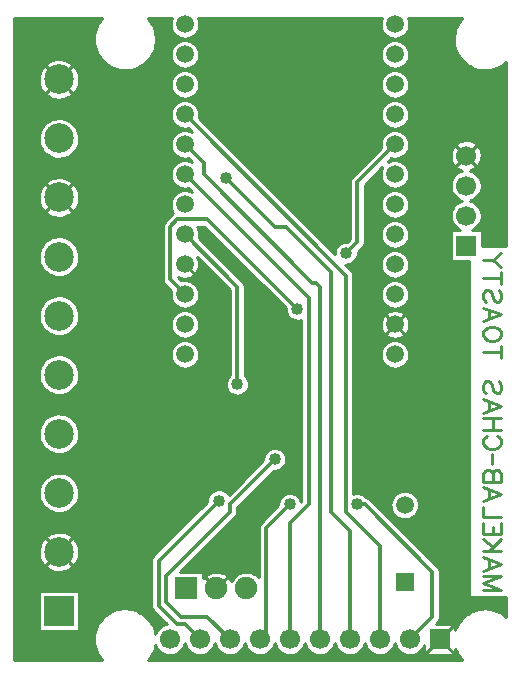
<source format=gbr>
G04 DipTrace 2.4.0.2*
%INToasty_Bottom.gbr*%
%MOIN*%
%ADD15C,0.012*%
%ADD16C,0.01*%
%ADD23R,0.0984X0.0984*%
%ADD24C,0.0984*%
%ADD25R,0.0669X0.0669*%
%ADD26C,0.0669*%
%ADD27R,0.0591X0.0591*%
%ADD28C,0.0591*%
%ADD31C,0.0591*%
%ADD32R,0.0748X0.0748*%
%ADD33C,0.0748*%
%ADD34C,0.04*%
%ADD62C,0.0093*%
%FSLAX44Y44*%
G04*
G70*
G90*
G75*
G01*
%LNBottom*%
%LPD*%
X6000Y12500D2*
D15*
X5500Y13000D1*
Y14750D1*
X5750Y15000D1*
X6750D1*
X9750Y12000D1*
X11750Y5500D2*
X12000D1*
X14250Y3250D1*
Y1750D1*
X13500Y1000D1*
X9500D2*
Y4875D1*
X10125Y5500D1*
Y12375D1*
X6000Y16500D1*
X10500Y1000D2*
Y12750D1*
X10375Y12875D1*
X10250D1*
X6625Y16500D1*
Y16875D1*
X6000Y17500D1*
X7750Y9500D2*
Y12750D1*
X6000Y14500D1*
X7375Y16375D2*
X9000Y14750D1*
X9375D1*
X10875Y13250D1*
Y5250D1*
X11500Y4625D1*
Y1000D1*
X9000Y7000D2*
X7500Y5500D1*
Y5250D1*
X5375Y3125D1*
Y2250D1*
X5875Y1750D1*
X6750D1*
X7500Y1000D1*
X13000Y17500D2*
X11750Y16250D1*
Y14250D1*
X11375Y13875D1*
X9500Y5500D2*
X8710Y4710D1*
Y1210D1*
X8500Y1000D1*
X6500D2*
Y1074D1*
X6551D1*
X6500Y1000D2*
X6000Y1500D1*
X5750D1*
X5125Y2125D1*
Y3625D1*
X7125Y5625D1*
X12500Y1000D2*
Y4125D1*
X11375Y5250D1*
Y13125D1*
X6000Y18500D1*
D34*
X9750Y12000D3*
X11750Y5500D3*
X7750Y9500D3*
X7375Y16375D3*
X9000Y7000D3*
X11375Y13875D3*
X9500Y5500D3*
X7125Y5625D3*
X14500Y7000D3*
X8000Y4250D3*
X8750Y12250D3*
X6000Y8000D3*
X310Y21601D2*
D16*
X3152D1*
X4848D2*
X5522D1*
X6478D2*
X12522D1*
X13478D2*
X15152D1*
X310Y21503D2*
X3089D1*
X4911D2*
X5511D1*
X6489D2*
X12511D1*
X13489D2*
X15089D1*
X310Y21404D2*
X3041D1*
X4959D2*
X5520D1*
X6480D2*
X12520D1*
X13480D2*
X15041D1*
X310Y21305D2*
X3005D1*
X4995D2*
X5552D1*
X6448D2*
X12552D1*
X13448D2*
X15005D1*
X310Y21207D2*
X2980D1*
X5020D2*
X5611D1*
X6389D2*
X12611D1*
X13389D2*
X14980D1*
X310Y21108D2*
X2964D1*
X5036D2*
X5714D1*
X6286D2*
X12714D1*
X13286D2*
X14964D1*
X310Y21009D2*
X2960D1*
X5040D2*
X14960D1*
X310Y20910D2*
X2963D1*
X5037D2*
X5742D1*
X6258D2*
X12742D1*
X13258D2*
X14963D1*
X310Y20812D2*
X2977D1*
X5023D2*
X5627D1*
X6373D2*
X12627D1*
X13373D2*
X14977D1*
X310Y20713D2*
X3000D1*
X5000D2*
X5561D1*
X6439D2*
X12561D1*
X13439D2*
X15000D1*
X310Y20614D2*
X3033D1*
X4967D2*
X5525D1*
X6475D2*
X12525D1*
X13475D2*
X15033D1*
X310Y20516D2*
X3080D1*
X4920D2*
X5511D1*
X6489D2*
X12511D1*
X13489D2*
X15080D1*
X310Y20417D2*
X3139D1*
X4861D2*
X5517D1*
X6483D2*
X12517D1*
X13483D2*
X15139D1*
X310Y20318D2*
X1616D1*
X1986D2*
X3216D1*
X4784D2*
X5547D1*
X6453D2*
X12547D1*
X13453D2*
X15216D1*
X310Y20220D2*
X1405D1*
X2198D2*
X3316D1*
X4684D2*
X5602D1*
X6398D2*
X12602D1*
X13398D2*
X15316D1*
X310Y20121D2*
X1292D1*
X2311D2*
X3450D1*
X4550D2*
X5697D1*
X6303D2*
X12697D1*
X13303D2*
X15450D1*
X16550D2*
X16690D1*
X310Y20022D2*
X1217D1*
X2386D2*
X3663D1*
X4337D2*
X5953D1*
X6048D2*
X12953D1*
X13048D2*
X15663D1*
X16337D2*
X16690D1*
X310Y19924D2*
X1166D1*
X2436D2*
X5766D1*
X6234D2*
X12766D1*
X13234D2*
X16690D1*
X310Y19825D2*
X1135D1*
X2469D2*
X5638D1*
X6362D2*
X12638D1*
X13362D2*
X16690D1*
X310Y19726D2*
X1117D1*
X2484D2*
X5567D1*
X6433D2*
X12567D1*
X13433D2*
X16690D1*
X310Y19628D2*
X1116D1*
X2486D2*
X5528D1*
X6472D2*
X12528D1*
X13472D2*
X16690D1*
X310Y19529D2*
X1130D1*
X2473D2*
X5511D1*
X6489D2*
X12511D1*
X13489D2*
X16690D1*
X310Y19430D2*
X1158D1*
X2445D2*
X5516D1*
X6484D2*
X12516D1*
X13484D2*
X16690D1*
X310Y19331D2*
X1203D1*
X2398D2*
X5541D1*
X6459D2*
X12541D1*
X13459D2*
X16690D1*
X310Y19233D2*
X1272D1*
X2331D2*
X5592D1*
X6408D2*
X12592D1*
X13408D2*
X16690D1*
X310Y19134D2*
X1374D1*
X2230D2*
X5681D1*
X6319D2*
X12681D1*
X13319D2*
X16690D1*
X310Y19035D2*
X1545D1*
X2056D2*
X5872D1*
X6128D2*
X12872D1*
X13128D2*
X16690D1*
X310Y18937D2*
X5792D1*
X6208D2*
X12792D1*
X13208D2*
X16690D1*
X310Y18838D2*
X5650D1*
X6350D2*
X12650D1*
X13350D2*
X16690D1*
X310Y18739D2*
X5575D1*
X6425D2*
X12575D1*
X13425D2*
X16690D1*
X310Y18641D2*
X5531D1*
X6469D2*
X12531D1*
X13469D2*
X16690D1*
X310Y18542D2*
X5513D1*
X6487D2*
X12513D1*
X13487D2*
X16690D1*
X310Y18443D2*
X5514D1*
X6486D2*
X12514D1*
X13486D2*
X16690D1*
X310Y18345D2*
X1599D1*
X2005D2*
X5536D1*
X6511D2*
X12536D1*
X13464D2*
X16690D1*
X310Y18246D2*
X1397D1*
X2206D2*
X5585D1*
X6609D2*
X12585D1*
X13415D2*
X16690D1*
X310Y18147D2*
X1288D1*
X2315D2*
X5666D1*
X6708D2*
X12666D1*
X13334D2*
X16690D1*
X310Y18049D2*
X1214D1*
X2389D2*
X5830D1*
X6806D2*
X12830D1*
X13170D2*
X16690D1*
X310Y17950D2*
X1164D1*
X2437D2*
X5825D1*
X6905D2*
X12825D1*
X13175D2*
X16690D1*
X310Y17851D2*
X1133D1*
X2469D2*
X5664D1*
X7003D2*
X12664D1*
X13336D2*
X16690D1*
X310Y17752D2*
X1117D1*
X2484D2*
X5583D1*
X7103D2*
X12583D1*
X13417D2*
X16690D1*
X310Y17654D2*
X1116D1*
X2486D2*
X5536D1*
X7201D2*
X12536D1*
X13464D2*
X16690D1*
X310Y17555D2*
X1130D1*
X2472D2*
X5514D1*
X7300D2*
X12514D1*
X13486D2*
X15075D1*
X15675D2*
X16690D1*
X310Y17456D2*
X1160D1*
X2444D2*
X5513D1*
X7398D2*
X12513D1*
X13487D2*
X14966D1*
X15784D2*
X16690D1*
X310Y17358D2*
X1206D1*
X2397D2*
X5533D1*
X7497D2*
X12503D1*
X13467D2*
X14902D1*
X15848D2*
X16690D1*
X310Y17259D2*
X1277D1*
X2326D2*
X5575D1*
X7595D2*
X12405D1*
X13425D2*
X14864D1*
X15886D2*
X16690D1*
X310Y17160D2*
X1380D1*
X2222D2*
X5652D1*
X7695D2*
X12305D1*
X13348D2*
X14847D1*
X15903D2*
X16690D1*
X310Y17062D2*
X1560D1*
X2042D2*
X5797D1*
X7794D2*
X12206D1*
X13203D2*
X14850D1*
X15900D2*
X16690D1*
X310Y16963D2*
X5867D1*
X7892D2*
X12108D1*
X13133D2*
X14872D1*
X15878D2*
X16690D1*
X310Y16864D2*
X5678D1*
X7990D2*
X12010D1*
X13322D2*
X14917D1*
X15833D2*
X16690D1*
X310Y16766D2*
X5591D1*
X8089D2*
X11911D1*
X13409D2*
X14991D1*
X15759D2*
X16690D1*
X310Y16667D2*
X5541D1*
X8187D2*
X11813D1*
X13459D2*
X15122D1*
X15628D2*
X16690D1*
X310Y16568D2*
X5516D1*
X8287D2*
X11713D1*
X12423D2*
X12516D1*
X13484D2*
X15095D1*
X15655D2*
X16690D1*
X310Y16470D2*
X5511D1*
X8386D2*
X11614D1*
X12325D2*
X12511D1*
X13489D2*
X14978D1*
X15772D2*
X16690D1*
X310Y16371D2*
X1581D1*
X2022D2*
X5528D1*
X8484D2*
X11528D1*
X12226D2*
X12528D1*
X13472D2*
X14908D1*
X15842D2*
X16690D1*
X310Y16272D2*
X1389D1*
X2212D2*
X5569D1*
X8583D2*
X11497D1*
X12126D2*
X12569D1*
X13431D2*
X14867D1*
X15883D2*
X16690D1*
X310Y16173D2*
X1283D1*
X2320D2*
X5639D1*
X8681D2*
X11495D1*
X12028D2*
X12639D1*
X13361D2*
X14849D1*
X15901D2*
X16690D1*
X310Y16075D2*
X1211D1*
X2392D2*
X5769D1*
X8780D2*
X11495D1*
X12005D2*
X12769D1*
X13231D2*
X14849D1*
X15901D2*
X16690D1*
X310Y15976D2*
X1163D1*
X2440D2*
X5936D1*
X6064D2*
X6169D1*
X8880D2*
X11495D1*
X12005D2*
X12936D1*
X13064D2*
X14869D1*
X15881D2*
X16690D1*
X310Y15877D2*
X1131D1*
X2470D2*
X5695D1*
X8978D2*
X11495D1*
X12005D2*
X12695D1*
X13305D2*
X14910D1*
X15840D2*
X16690D1*
X310Y15779D2*
X1117D1*
X2486D2*
X5600D1*
X9076D2*
X11495D1*
X12005D2*
X12600D1*
X13400D2*
X14978D1*
X15772D2*
X16690D1*
X310Y15680D2*
X1117D1*
X2486D2*
X5545D1*
X9175D2*
X11495D1*
X12005D2*
X12545D1*
X13455D2*
X15099D1*
X15651D2*
X16690D1*
X310Y15581D2*
X1131D1*
X2472D2*
X5517D1*
X9273D2*
X11495D1*
X12005D2*
X12517D1*
X13483D2*
X15119D1*
X15631D2*
X16690D1*
X310Y15483D2*
X1161D1*
X2440D2*
X5511D1*
X9372D2*
X11495D1*
X12005D2*
X12511D1*
X13489D2*
X14989D1*
X15761D2*
X16690D1*
X310Y15384D2*
X1210D1*
X2394D2*
X5525D1*
X9470D2*
X11495D1*
X12005D2*
X12525D1*
X13475D2*
X14916D1*
X15834D2*
X16690D1*
X310Y15285D2*
X1280D1*
X2322D2*
X5561D1*
X9570D2*
X11495D1*
X12005D2*
X12561D1*
X13439D2*
X14872D1*
X15878D2*
X16690D1*
X310Y15187D2*
X1386D1*
X2215D2*
X5583D1*
X9669D2*
X11495D1*
X12005D2*
X12628D1*
X13372D2*
X14850D1*
X15900D2*
X16690D1*
X310Y15088D2*
X1575D1*
X2028D2*
X5483D1*
X9767D2*
X11495D1*
X12005D2*
X12745D1*
X13255D2*
X14849D1*
X15901D2*
X16690D1*
X310Y14989D2*
X5385D1*
X9865D2*
X11495D1*
X12005D2*
X14864D1*
X15886D2*
X16690D1*
X310Y14891D2*
X5291D1*
X9964D2*
X11495D1*
X12005D2*
X12713D1*
X13287D2*
X14903D1*
X15847D2*
X16690D1*
X310Y14792D2*
X5250D1*
X10062D2*
X11495D1*
X12005D2*
X12610D1*
X13390D2*
X14967D1*
X15783D2*
X16690D1*
X310Y14693D2*
X5245D1*
X6448D2*
X6702D1*
X10162D2*
X11495D1*
X12005D2*
X12552D1*
X13448D2*
X15078D1*
X15672D2*
X16690D1*
X310Y14594D2*
X5245D1*
X6480D2*
X6800D1*
X10261D2*
X11495D1*
X12005D2*
X12520D1*
X13480D2*
X14847D1*
X15903D2*
X16690D1*
X310Y14496D2*
X5245D1*
X6489D2*
X6899D1*
X10359D2*
X11495D1*
X12005D2*
X12511D1*
X13489D2*
X14847D1*
X15903D2*
X16690D1*
X310Y14397D2*
X1566D1*
X2037D2*
X5245D1*
X6478D2*
X6999D1*
X10458D2*
X11495D1*
X12005D2*
X12522D1*
X13478D2*
X14847D1*
X15903D2*
X16690D1*
X310Y14298D2*
X1383D1*
X2220D2*
X5245D1*
X6556D2*
X7097D1*
X10556D2*
X11444D1*
X12005D2*
X12555D1*
X13445D2*
X14847D1*
X15903D2*
X16690D1*
X310Y14200D2*
X1278D1*
X2325D2*
X5245D1*
X6655D2*
X7195D1*
X10655D2*
X11160D1*
X11998D2*
X12617D1*
X13383D2*
X14847D1*
X15903D2*
X16690D1*
X310Y14101D2*
X1208D1*
X2395D2*
X5245D1*
X6755D2*
X7294D1*
X10755D2*
X11055D1*
X11953D2*
X12725D1*
X13275D2*
X14847D1*
X310Y14002D2*
X1160D1*
X2442D2*
X5245D1*
X6853D2*
X7392D1*
X10853D2*
X11003D1*
X11858D2*
X14847D1*
X310Y13904D2*
X1131D1*
X2472D2*
X5245D1*
X6951D2*
X7491D1*
X11767D2*
X12731D1*
X13269D2*
X14847D1*
X310Y13805D2*
X1117D1*
X2486D2*
X5245D1*
X7050D2*
X7591D1*
X11762D2*
X12620D1*
X13380D2*
X14847D1*
X310Y13706D2*
X1117D1*
X2486D2*
X5245D1*
X7148D2*
X7689D1*
X11730D2*
X12558D1*
X13442D2*
X14847D1*
X310Y13608D2*
X1133D1*
X2470D2*
X5245D1*
X6476D2*
X6539D1*
X7247D2*
X7788D1*
X11661D2*
X12524D1*
X13476D2*
X14847D1*
X310Y13509D2*
X1164D1*
X2439D2*
X5245D1*
X6489D2*
X6636D1*
X7347D2*
X7886D1*
X11500D2*
X12511D1*
X13489D2*
X15469D1*
X310Y13410D2*
X1213D1*
X2390D2*
X5245D1*
X6481D2*
X6735D1*
X7445D2*
X7985D1*
X11445D2*
X12519D1*
X13481D2*
X15469D1*
X310Y13312D2*
X1285D1*
X2317D2*
X5245D1*
X6450D2*
X6833D1*
X7544D2*
X8083D1*
X11544D2*
X12550D1*
X13450D2*
X15469D1*
X310Y13213D2*
X1394D1*
X2208D2*
X5245D1*
X6394D2*
X6933D1*
X7642D2*
X8183D1*
X11612D2*
X12606D1*
X13394D2*
X15469D1*
X310Y13114D2*
X1591D1*
X2011D2*
X5245D1*
X6294D2*
X7031D1*
X7740D2*
X8281D1*
X11630D2*
X12706D1*
X13294D2*
X15469D1*
X310Y13015D2*
X5245D1*
X5839D2*
X7130D1*
X7839D2*
X8380D1*
X11630D2*
X15469D1*
X310Y12917D2*
X5261D1*
X6247D2*
X7228D1*
X7937D2*
X8478D1*
X11630D2*
X12753D1*
X13247D2*
X15469D1*
X310Y12818D2*
X5327D1*
X6369D2*
X7327D1*
X7994D2*
X8577D1*
X11630D2*
X12631D1*
X13369D2*
X15469D1*
X310Y12719D2*
X5425D1*
X6436D2*
X7425D1*
X8005D2*
X8675D1*
X11630D2*
X12564D1*
X13436D2*
X15469D1*
X310Y12621D2*
X5525D1*
X6473D2*
X7495D1*
X8005D2*
X8775D1*
X11630D2*
X12527D1*
X13473D2*
X15469D1*
X310Y12522D2*
X5511D1*
X6489D2*
X7495D1*
X8005D2*
X8874D1*
X11630D2*
X12511D1*
X13489D2*
X15469D1*
X310Y12423D2*
X1552D1*
X2051D2*
X5517D1*
X6483D2*
X7495D1*
X8005D2*
X8972D1*
X11630D2*
X12517D1*
X13483D2*
X15469D1*
X310Y12325D2*
X1375D1*
X2226D2*
X5544D1*
X6456D2*
X7495D1*
X8005D2*
X9070D1*
X11630D2*
X12544D1*
X13456D2*
X15469D1*
X310Y12226D2*
X1274D1*
X2330D2*
X5597D1*
X6403D2*
X7495D1*
X8005D2*
X9169D1*
X11630D2*
X12597D1*
X13403D2*
X15469D1*
X310Y12127D2*
X1205D1*
X2398D2*
X5689D1*
X6311D2*
X7495D1*
X8005D2*
X9267D1*
X11630D2*
X12689D1*
X13311D2*
X15469D1*
X310Y12029D2*
X1158D1*
X2444D2*
X5905D1*
X6095D2*
X7495D1*
X8005D2*
X9358D1*
X11630D2*
X12905D1*
X13095D2*
X15469D1*
X310Y11930D2*
X1130D1*
X2473D2*
X5778D1*
X6222D2*
X7495D1*
X8005D2*
X9363D1*
X11630D2*
X12778D1*
X13222D2*
X15469D1*
X310Y11831D2*
X1116D1*
X2486D2*
X5644D1*
X6356D2*
X7495D1*
X8005D2*
X9395D1*
X11630D2*
X12644D1*
X13356D2*
X15469D1*
X310Y11733D2*
X1117D1*
X2484D2*
X5570D1*
X6430D2*
X7495D1*
X8005D2*
X9464D1*
X11630D2*
X12570D1*
X13430D2*
X15469D1*
X310Y11634D2*
X1135D1*
X2469D2*
X5530D1*
X6470D2*
X7495D1*
X8005D2*
X9625D1*
X11630D2*
X12530D1*
X13470D2*
X15469D1*
X310Y11535D2*
X1166D1*
X2437D2*
X5513D1*
X6487D2*
X7495D1*
X8005D2*
X9870D1*
X11630D2*
X12513D1*
X13487D2*
X15469D1*
X310Y11436D2*
X1216D1*
X2386D2*
X5516D1*
X6484D2*
X7495D1*
X8005D2*
X9870D1*
X11630D2*
X12516D1*
X13484D2*
X15469D1*
X310Y11338D2*
X1289D1*
X2312D2*
X5539D1*
X6461D2*
X7495D1*
X8005D2*
X9870D1*
X11630D2*
X12539D1*
X13461D2*
X15469D1*
X310Y11239D2*
X1402D1*
X2201D2*
X5588D1*
X6412D2*
X7495D1*
X8005D2*
X9870D1*
X11630D2*
X12588D1*
X13412D2*
X15469D1*
X310Y11140D2*
X1610D1*
X1994D2*
X5674D1*
X6326D2*
X7495D1*
X8005D2*
X9870D1*
X11630D2*
X12674D1*
X13326D2*
X15469D1*
X310Y11042D2*
X5850D1*
X6150D2*
X7495D1*
X8005D2*
X9870D1*
X11630D2*
X12850D1*
X13150D2*
X15469D1*
X310Y10943D2*
X5808D1*
X6192D2*
X7495D1*
X8005D2*
X9870D1*
X11630D2*
X12808D1*
X13192D2*
X15469D1*
X310Y10844D2*
X5656D1*
X6344D2*
X7495D1*
X8005D2*
X9870D1*
X11630D2*
X12656D1*
X13344D2*
X15469D1*
X310Y10746D2*
X5578D1*
X6422D2*
X7495D1*
X8005D2*
X9870D1*
X11630D2*
X12578D1*
X13422D2*
X15469D1*
X310Y10647D2*
X5535D1*
X6465D2*
X7495D1*
X8005D2*
X9870D1*
X11630D2*
X12535D1*
X13465D2*
X15469D1*
X310Y10548D2*
X5513D1*
X6487D2*
X7495D1*
X8005D2*
X9870D1*
X11630D2*
X12513D1*
X13487D2*
X15469D1*
X310Y10450D2*
X1538D1*
X2064D2*
X5514D1*
X6486D2*
X7495D1*
X8005D2*
X9870D1*
X11630D2*
X12514D1*
X13486D2*
X15469D1*
X310Y10351D2*
X1369D1*
X2233D2*
X5535D1*
X6465D2*
X7495D1*
X8005D2*
X9870D1*
X11630D2*
X12535D1*
X13465D2*
X15469D1*
X310Y10252D2*
X1269D1*
X2333D2*
X5580D1*
X6420D2*
X7495D1*
X8005D2*
X9870D1*
X11630D2*
X12580D1*
X13420D2*
X15469D1*
X310Y10154D2*
X1202D1*
X2401D2*
X5660D1*
X6340D2*
X7495D1*
X8005D2*
X9870D1*
X11630D2*
X12660D1*
X13340D2*
X15469D1*
X310Y10055D2*
X1156D1*
X2447D2*
X5813D1*
X6187D2*
X7495D1*
X8005D2*
X9870D1*
X11630D2*
X12813D1*
X13187D2*
X15469D1*
X310Y9956D2*
X1128D1*
X2473D2*
X7495D1*
X8005D2*
X9870D1*
X11630D2*
X15469D1*
X310Y9857D2*
X1116D1*
X2486D2*
X7495D1*
X8005D2*
X9870D1*
X11630D2*
X15469D1*
X310Y9759D2*
X1119D1*
X2484D2*
X7456D1*
X8044D2*
X9870D1*
X11630D2*
X15469D1*
X310Y9660D2*
X1135D1*
X2467D2*
X7391D1*
X8109D2*
X9870D1*
X11630D2*
X15469D1*
X310Y9561D2*
X1167D1*
X2434D2*
X7361D1*
X8139D2*
X9870D1*
X11630D2*
X15469D1*
X310Y9463D2*
X1219D1*
X2383D2*
X7358D1*
X8142D2*
X9870D1*
X11630D2*
X15469D1*
X310Y9364D2*
X1295D1*
X2308D2*
X7381D1*
X8119D2*
X9870D1*
X11630D2*
X15469D1*
X310Y9265D2*
X1410D1*
X2194D2*
X7436D1*
X8064D2*
X9870D1*
X11630D2*
X15469D1*
X310Y9167D2*
X1628D1*
X1973D2*
X7550D1*
X7950D2*
X9870D1*
X11630D2*
X15469D1*
X310Y9068D2*
X9870D1*
X11630D2*
X15469D1*
X310Y8969D2*
X9870D1*
X11630D2*
X15469D1*
X310Y8871D2*
X9870D1*
X11630D2*
X15469D1*
X310Y8772D2*
X9870D1*
X11630D2*
X15469D1*
X310Y8673D2*
X9870D1*
X11630D2*
X15469D1*
X310Y8575D2*
X9870D1*
X11630D2*
X15469D1*
X310Y8476D2*
X1525D1*
X2076D2*
X9870D1*
X11630D2*
X15469D1*
X310Y8377D2*
X1363D1*
X2239D2*
X9870D1*
X11630D2*
X15469D1*
X310Y8278D2*
X1264D1*
X2337D2*
X9870D1*
X11630D2*
X15469D1*
X310Y8180D2*
X1199D1*
X2403D2*
X9870D1*
X11630D2*
X15469D1*
X310Y8081D2*
X1155D1*
X2448D2*
X9870D1*
X11630D2*
X15469D1*
X310Y7982D2*
X1127D1*
X2475D2*
X9870D1*
X11630D2*
X15469D1*
X310Y7884D2*
X1116D1*
X2486D2*
X9870D1*
X11630D2*
X15469D1*
X310Y7785D2*
X1119D1*
X2484D2*
X9870D1*
X11630D2*
X15469D1*
X310Y7686D2*
X1136D1*
X2465D2*
X9870D1*
X11630D2*
X15469D1*
X310Y7588D2*
X1170D1*
X2433D2*
X9870D1*
X11630D2*
X15469D1*
X310Y7489D2*
X1222D1*
X2380D2*
X9870D1*
X11630D2*
X15469D1*
X310Y7390D2*
X1300D1*
X2303D2*
X9870D1*
X11630D2*
X15469D1*
X310Y7292D2*
X1417D1*
X2186D2*
X8741D1*
X9259D2*
X9870D1*
X11630D2*
X15469D1*
X310Y7193D2*
X1652D1*
X1951D2*
X8658D1*
X9342D2*
X9870D1*
X11630D2*
X15469D1*
X310Y7094D2*
X8617D1*
X9383D2*
X9870D1*
X11630D2*
X15469D1*
X310Y6996D2*
X8606D1*
X9394D2*
X9870D1*
X11630D2*
X15469D1*
X310Y6897D2*
X8542D1*
X9380D2*
X9870D1*
X11630D2*
X15469D1*
X310Y6798D2*
X8444D1*
X9336D2*
X9870D1*
X11630D2*
X15469D1*
X310Y6699D2*
X8344D1*
X9248D2*
X9870D1*
X11630D2*
X15469D1*
X310Y6601D2*
X8245D1*
X8956D2*
X9870D1*
X11630D2*
X15469D1*
X310Y6502D2*
X1513D1*
X2089D2*
X8147D1*
X8858D2*
X9870D1*
X11630D2*
X15469D1*
X310Y6403D2*
X1356D1*
X2247D2*
X8049D1*
X8758D2*
X9870D1*
X11630D2*
X15469D1*
X310Y6305D2*
X1261D1*
X2342D2*
X7950D1*
X8659D2*
X9870D1*
X11630D2*
X15469D1*
X310Y6206D2*
X1195D1*
X2406D2*
X7852D1*
X8561D2*
X9870D1*
X11630D2*
X15469D1*
X310Y6107D2*
X1153D1*
X2450D2*
X7752D1*
X8462D2*
X9870D1*
X11630D2*
X15469D1*
X310Y6009D2*
X1127D1*
X2476D2*
X7653D1*
X8364D2*
X9870D1*
X11630D2*
X15469D1*
X310Y5910D2*
X1116D1*
X2487D2*
X6858D1*
X7392D2*
X7555D1*
X8265D2*
X9870D1*
X11630D2*
X13113D1*
X13548D2*
X15469D1*
X310Y5811D2*
X1119D1*
X2483D2*
X6780D1*
X8165D2*
X9266D1*
X9734D2*
X9870D1*
X11984D2*
X12977D1*
X13686D2*
X15469D1*
X310Y5713D2*
X1138D1*
X2464D2*
X6741D1*
X8067D2*
X9170D1*
X12130D2*
X12903D1*
X13759D2*
X15469D1*
X310Y5614D2*
X1172D1*
X2430D2*
X6731D1*
X7969D2*
X9124D1*
X12240D2*
X12861D1*
X13800D2*
X15469D1*
X310Y5515D2*
X1225D1*
X2376D2*
X6661D1*
X7870D2*
X9106D1*
X12339D2*
X12842D1*
X13819D2*
X15469D1*
X310Y5417D2*
X1305D1*
X2298D2*
X6561D1*
X7772D2*
X9061D1*
X12439D2*
X12845D1*
X13815D2*
X15469D1*
X310Y5318D2*
X1425D1*
X2178D2*
X6463D1*
X7755D2*
X8963D1*
X12537D2*
X12869D1*
X13792D2*
X15469D1*
X310Y5219D2*
X1680D1*
X1923D2*
X6364D1*
X7751D2*
X8864D1*
X12636D2*
X12917D1*
X13744D2*
X15469D1*
X310Y5120D2*
X6266D1*
X7717D2*
X8766D1*
X12734D2*
X13002D1*
X13659D2*
X15469D1*
X310Y5022D2*
X6167D1*
X7626D2*
X8667D1*
X12833D2*
X13175D1*
X13486D2*
X15469D1*
X310Y4923D2*
X6069D1*
X7528D2*
X8569D1*
X12931D2*
X15469D1*
X310Y4824D2*
X5969D1*
X7430D2*
X8485D1*
X13031D2*
X15469D1*
X310Y4726D2*
X5870D1*
X7331D2*
X8456D1*
X13130D2*
X15469D1*
X310Y4627D2*
X5772D1*
X7233D2*
X8456D1*
X13228D2*
X15469D1*
X310Y4528D2*
X1502D1*
X2100D2*
X5674D1*
X7133D2*
X8456D1*
X13326D2*
X15469D1*
X310Y4430D2*
X1350D1*
X2251D2*
X5575D1*
X7034D2*
X8456D1*
X13425D2*
X15469D1*
X310Y4331D2*
X1256D1*
X2345D2*
X5477D1*
X6936D2*
X8456D1*
X13523D2*
X15469D1*
X310Y4232D2*
X1192D1*
X2409D2*
X5377D1*
X6837D2*
X8456D1*
X13623D2*
X15469D1*
X310Y4134D2*
X1150D1*
X2451D2*
X5278D1*
X6739D2*
X8456D1*
X13722D2*
X15469D1*
X310Y4035D2*
X1125D1*
X2476D2*
X5180D1*
X6640D2*
X8456D1*
X13820D2*
X15469D1*
X310Y3936D2*
X1116D1*
X2487D2*
X5081D1*
X6540D2*
X8456D1*
X13919D2*
X15469D1*
X310Y3838D2*
X1120D1*
X2483D2*
X4983D1*
X6442D2*
X8456D1*
X14017D2*
X15469D1*
X310Y3739D2*
X1139D1*
X2464D2*
X4899D1*
X6344D2*
X8456D1*
X14115D2*
X15469D1*
X310Y3640D2*
X1175D1*
X2428D2*
X4872D1*
X6245D2*
X8456D1*
X14215D2*
X15469D1*
X310Y3541D2*
X1230D1*
X2373D2*
X4870D1*
X6147D2*
X8456D1*
X14314D2*
X15469D1*
X310Y3443D2*
X1310D1*
X2292D2*
X4870D1*
X6048D2*
X8456D1*
X14412D2*
X15469D1*
X310Y3344D2*
X1433D1*
X2170D2*
X4870D1*
X5948D2*
X8456D1*
X14484D2*
X15469D1*
X310Y3245D2*
X1717D1*
X1886D2*
X4870D1*
X6619D2*
X6930D1*
X7173D2*
X7930D1*
X8173D2*
X8456D1*
X14505D2*
X15469D1*
X310Y3147D2*
X4870D1*
X6619D2*
X6708D1*
X7394D2*
X7708D1*
X8394D2*
X8456D1*
X14505D2*
X15469D1*
X310Y3048D2*
X4870D1*
X7497D2*
X7606D1*
X14505D2*
X15469D1*
X310Y2949D2*
X4870D1*
X14505D2*
X15469D1*
X310Y2851D2*
X4870D1*
X14505D2*
X15469D1*
X310Y2752D2*
X4870D1*
X14505D2*
X15469D1*
X310Y2653D2*
X4870D1*
X14505D2*
X15469D1*
X310Y2555D2*
X1116D1*
X2487D2*
X4870D1*
X14505D2*
X15469D1*
X310Y2456D2*
X1116D1*
X2487D2*
X4870D1*
X14505D2*
X15469D1*
X310Y2357D2*
X1116D1*
X2487D2*
X4870D1*
X14505D2*
X16690D1*
X310Y2259D2*
X1116D1*
X2487D2*
X4870D1*
X14505D2*
X16690D1*
X310Y2160D2*
X1116D1*
X2487D2*
X4870D1*
X14505D2*
X16690D1*
X310Y2061D2*
X1116D1*
X2487D2*
X4880D1*
X14505D2*
X16690D1*
X310Y1962D2*
X1116D1*
X2487D2*
X3620D1*
X4380D2*
X4933D1*
X14505D2*
X15620D1*
X16380D2*
X16690D1*
X310Y1864D2*
X1116D1*
X2487D2*
X3427D1*
X4573D2*
X5031D1*
X14505D2*
X15427D1*
X16573D2*
X16690D1*
X310Y1765D2*
X1116D1*
X2487D2*
X3299D1*
X4701D2*
X5130D1*
X14505D2*
X15299D1*
X310Y1666D2*
X1116D1*
X2487D2*
X3203D1*
X4797D2*
X5228D1*
X14489D2*
X15203D1*
X310Y1568D2*
X1116D1*
X2487D2*
X3130D1*
X4870D2*
X5327D1*
X14423D2*
X15130D1*
X310Y1469D2*
X1116D1*
X2487D2*
X3072D1*
X4928D2*
X5269D1*
X310Y1370D2*
X1116D1*
X2487D2*
X3028D1*
X4972D2*
X5127D1*
X310Y1272D2*
X2995D1*
X310Y1173D2*
X2974D1*
X310Y1074D2*
X2961D1*
X310Y976D2*
X2960D1*
X310Y877D2*
X2966D1*
X310Y778D2*
X2983D1*
X310Y680D2*
X3010D1*
X4990D2*
X5083D1*
X5917D2*
X6083D1*
X6917D2*
X7083D1*
X7917D2*
X8083D1*
X8917D2*
X9083D1*
X9917D2*
X10083D1*
X10917D2*
X11083D1*
X11917D2*
X12083D1*
X12917D2*
X13083D1*
X13917D2*
X13971D1*
X310Y581D2*
X3049D1*
X4951D2*
X5185D1*
X5815D2*
X6185D1*
X6815D2*
X7185D1*
X7815D2*
X8185D1*
X8815D2*
X9185D1*
X9815D2*
X10185D1*
X10815D2*
X11185D1*
X11815D2*
X12185D1*
X12815D2*
X13185D1*
X13815D2*
X13972D1*
X310Y482D2*
X3099D1*
X4901D2*
X5464D1*
X5535D2*
X6464D1*
X6535D2*
X7464D1*
X7535D2*
X8464D1*
X8535D2*
X9464D1*
X9535D2*
X10464D1*
X10535D2*
X11464D1*
X11535D2*
X12464D1*
X12535D2*
X13464D1*
X13535D2*
X13972D1*
X15028D2*
X15099D1*
X310Y383D2*
X3163D1*
X4837D2*
X15163D1*
X1175Y2625D2*
X2477D1*
Y1273D1*
X1125D1*
Y2625D1*
X1175D1*
X2477Y3907D2*
X2471Y3828D1*
X2456Y3749D1*
X2432Y3673D1*
X2398Y3600D1*
X2357Y3532D1*
X2307Y3469D1*
X2251Y3412D1*
X2188Y3363D1*
X2120Y3321D1*
X2047Y3288D1*
X1971Y3263D1*
X1893Y3247D1*
X1813Y3241D1*
X1733Y3245D1*
X1654Y3257D1*
X1578Y3279D1*
X1504Y3310D1*
X1434Y3349D1*
X1370Y3397D1*
X1311Y3451D1*
X1260Y3512D1*
X1216Y3579D1*
X1180Y3651D1*
X1153Y3726D1*
X1135Y3804D1*
X1126Y3883D1*
X1127Y3963D1*
X1137Y4042D1*
X1156Y4120D1*
X1185Y4195D1*
X1222Y4266D1*
X1267Y4332D1*
X1319Y4392D1*
X1379Y4445D1*
X1444Y4491D1*
X1514Y4530D1*
X1589Y4559D1*
X1666Y4580D1*
X1745Y4591D1*
X1825Y4593D1*
X1905Y4585D1*
X1983Y4569D1*
X2058Y4543D1*
X2130Y4508D1*
X2198Y4465D1*
X2260Y4414D1*
X2315Y4357D1*
X2363Y4293D1*
X2404Y4224D1*
X2436Y4151D1*
X2459Y4074D1*
X2473Y3995D1*
X2477Y3917D1*
Y3907D1*
X2475Y5836D2*
X2461Y5737D1*
X2432Y5641D1*
X2389Y5551D1*
X2333Y5468D1*
X2266Y5395D1*
X2188Y5331D1*
X2102Y5280D1*
X2010Y5243D1*
X1913Y5219D1*
X1813Y5210D1*
X1713Y5215D1*
X1616Y5236D1*
X1522Y5270D1*
X1434Y5318D1*
X1355Y5378D1*
X1285Y5450D1*
X1226Y5531D1*
X1180Y5619D1*
X1147Y5714D1*
X1129Y5812D1*
X1126Y5912D1*
X1137Y6011D1*
X1162Y6108D1*
X1202Y6199D1*
X1255Y6284D1*
X1319Y6360D1*
X1395Y6426D1*
X1479Y6480D1*
X1570Y6521D1*
X1666Y6548D1*
X1765Y6561D1*
X1865Y6559D1*
X1963Y6542D1*
X2058Y6511D1*
X2148Y6466D1*
X2229Y6409D1*
X2302Y6340D1*
X2363Y6261D1*
X2413Y6174D1*
X2448Y6081D1*
X2470Y5984D1*
X2477Y5886D1*
X2475Y5836D1*
Y7804D2*
X2461Y7706D1*
X2432Y7610D1*
X2389Y7520D1*
X2333Y7437D1*
X2266Y7363D1*
X2188Y7300D1*
X2102Y7249D1*
X2010Y7211D1*
X1913Y7187D1*
X1813Y7178D1*
X1713Y7184D1*
X1616Y7204D1*
X1522Y7239D1*
X1434Y7286D1*
X1355Y7347D1*
X1285Y7418D1*
X1226Y7499D1*
X1180Y7588D1*
X1147Y7682D1*
X1129Y7780D1*
X1126Y7880D1*
X1137Y7979D1*
X1162Y8076D1*
X1202Y8168D1*
X1255Y8253D1*
X1319Y8329D1*
X1395Y8395D1*
X1479Y8449D1*
X1570Y8490D1*
X1666Y8517D1*
X1765Y8529D1*
X1865Y8527D1*
X1963Y8511D1*
X2058Y8480D1*
X2148Y8435D1*
X2229Y8378D1*
X2302Y8309D1*
X2363Y8230D1*
X2413Y8143D1*
X2448Y8050D1*
X2470Y7952D1*
X2477Y7854D1*
X2475Y7804D1*
Y9773D2*
X2461Y9674D1*
X2432Y9578D1*
X2389Y9488D1*
X2333Y9405D1*
X2266Y9332D1*
X2188Y9268D1*
X2102Y9217D1*
X2010Y9180D1*
X1913Y9156D1*
X1813Y9147D1*
X1713Y9152D1*
X1616Y9173D1*
X1522Y9207D1*
X1434Y9255D1*
X1355Y9315D1*
X1285Y9387D1*
X1226Y9468D1*
X1180Y9556D1*
X1147Y9651D1*
X1129Y9749D1*
X1126Y9849D1*
X1137Y9948D1*
X1162Y10045D1*
X1202Y10136D1*
X1255Y10221D1*
X1319Y10297D1*
X1395Y10363D1*
X1479Y10417D1*
X1570Y10458D1*
X1666Y10485D1*
X1765Y10498D1*
X1865Y10496D1*
X1963Y10479D1*
X2058Y10448D1*
X2148Y10403D1*
X2229Y10346D1*
X2302Y10277D1*
X2363Y10198D1*
X2413Y10111D1*
X2448Y10018D1*
X2470Y9921D1*
X2477Y9823D1*
X2475Y9773D1*
Y11741D2*
X2461Y11643D1*
X2432Y11547D1*
X2389Y11457D1*
X2333Y11374D1*
X2266Y11300D1*
X2188Y11237D1*
X2102Y11186D1*
X2010Y11148D1*
X1913Y11124D1*
X1813Y11115D1*
X1713Y11121D1*
X1616Y11141D1*
X1522Y11176D1*
X1434Y11223D1*
X1355Y11284D1*
X1285Y11355D1*
X1226Y11436D1*
X1180Y11525D1*
X1147Y11619D1*
X1129Y11717D1*
X1126Y11817D1*
X1137Y11916D1*
X1162Y12013D1*
X1202Y12105D1*
X1255Y12190D1*
X1319Y12266D1*
X1395Y12332D1*
X1479Y12386D1*
X1570Y12427D1*
X1666Y12454D1*
X1765Y12466D1*
X1865Y12464D1*
X1963Y12448D1*
X2058Y12417D1*
X2148Y12372D1*
X2229Y12315D1*
X2302Y12246D1*
X2363Y12167D1*
X2413Y12080D1*
X2448Y11987D1*
X2470Y11889D1*
X2477Y11791D1*
X2475Y11741D1*
Y13710D2*
X2461Y13611D1*
X2432Y13515D1*
X2389Y13425D1*
X2333Y13342D1*
X2266Y13269D1*
X2188Y13205D1*
X2102Y13154D1*
X2010Y13117D1*
X1913Y13093D1*
X1813Y13084D1*
X1713Y13089D1*
X1616Y13110D1*
X1522Y13144D1*
X1434Y13192D1*
X1355Y13252D1*
X1285Y13324D1*
X1226Y13405D1*
X1180Y13493D1*
X1147Y13588D1*
X1129Y13686D1*
X1126Y13786D1*
X1137Y13885D1*
X1162Y13982D1*
X1202Y14073D1*
X1255Y14158D1*
X1319Y14234D1*
X1395Y14300D1*
X1479Y14354D1*
X1570Y14395D1*
X1666Y14422D1*
X1765Y14435D1*
X1865Y14433D1*
X1963Y14416D1*
X2058Y14385D1*
X2148Y14340D1*
X2229Y14283D1*
X2302Y14214D1*
X2363Y14135D1*
X2413Y14048D1*
X2448Y13955D1*
X2470Y13858D1*
X2477Y13760D1*
X2475Y13710D1*
X2477Y15718D2*
X2471Y15639D1*
X2456Y15560D1*
X2432Y15484D1*
X2398Y15411D1*
X2357Y15343D1*
X2307Y15280D1*
X2251Y15224D1*
X2188Y15174D1*
X2120Y15132D1*
X2047Y15099D1*
X1971Y15074D1*
X1893Y15058D1*
X1813Y15052D1*
X1733Y15056D1*
X1654Y15068D1*
X1578Y15090D1*
X1504Y15121D1*
X1434Y15160D1*
X1370Y15208D1*
X1311Y15262D1*
X1260Y15323D1*
X1216Y15390D1*
X1180Y15462D1*
X1153Y15537D1*
X1135Y15615D1*
X1126Y15694D1*
X1127Y15774D1*
X1137Y15854D1*
X1156Y15931D1*
X1185Y16006D1*
X1222Y16077D1*
X1267Y16143D1*
X1319Y16203D1*
X1379Y16256D1*
X1444Y16303D1*
X1514Y16341D1*
X1589Y16370D1*
X1666Y16391D1*
X1745Y16402D1*
X1825Y16404D1*
X1905Y16397D1*
X1983Y16380D1*
X2058Y16354D1*
X2130Y16319D1*
X2198Y16276D1*
X2260Y16225D1*
X2315Y16168D1*
X2363Y16104D1*
X2404Y16035D1*
X2436Y15962D1*
X2459Y15885D1*
X2473Y15806D1*
X2477Y15728D1*
Y15718D1*
X2475Y17647D2*
X2461Y17548D1*
X2432Y17453D1*
X2389Y17362D1*
X2333Y17279D1*
X2266Y17206D1*
X2188Y17142D1*
X2102Y17091D1*
X2010Y17054D1*
X1913Y17030D1*
X1813Y17021D1*
X1713Y17026D1*
X1616Y17047D1*
X1522Y17081D1*
X1434Y17129D1*
X1355Y17189D1*
X1285Y17261D1*
X1226Y17342D1*
X1180Y17430D1*
X1147Y17525D1*
X1129Y17623D1*
X1126Y17723D1*
X1137Y17822D1*
X1162Y17919D1*
X1202Y18010D1*
X1255Y18095D1*
X1319Y18171D1*
X1395Y18237D1*
X1479Y18291D1*
X1570Y18332D1*
X1666Y18359D1*
X1765Y18372D1*
X1865Y18370D1*
X1963Y18353D1*
X2058Y18322D1*
X2148Y18277D1*
X2229Y18220D1*
X2302Y18151D1*
X2363Y18072D1*
X2413Y17985D1*
X2448Y17892D1*
X2470Y17795D1*
X2477Y17697D1*
X2475Y17647D1*
X2477Y19655D2*
X2471Y19576D1*
X2456Y19497D1*
X2432Y19421D1*
X2398Y19348D1*
X2357Y19280D1*
X2307Y19217D1*
X2251Y19161D1*
X2188Y19111D1*
X2120Y19069D1*
X2047Y19036D1*
X1971Y19011D1*
X1893Y18995D1*
X1813Y18989D1*
X1733Y18993D1*
X1654Y19005D1*
X1578Y19027D1*
X1504Y19058D1*
X1434Y19098D1*
X1370Y19145D1*
X1311Y19199D1*
X1260Y19260D1*
X1216Y19327D1*
X1180Y19399D1*
X1153Y19474D1*
X1135Y19552D1*
X1126Y19631D1*
X1127Y19711D1*
X1137Y19791D1*
X1156Y19868D1*
X1185Y19943D1*
X1222Y20014D1*
X1267Y20080D1*
X1319Y20140D1*
X1379Y20193D1*
X1444Y20240D1*
X1514Y20278D1*
X1589Y20307D1*
X1666Y20328D1*
X1745Y20339D1*
X1825Y20341D1*
X1905Y20334D1*
X1983Y20317D1*
X2058Y20291D1*
X2130Y20256D1*
X2198Y20213D1*
X2260Y20162D1*
X2315Y20105D1*
X2363Y20041D1*
X2404Y19972D1*
X2436Y19899D1*
X2459Y19822D1*
X2473Y19743D1*
X2477Y19665D1*
Y19655D1*
X14364Y1519D2*
X15019D1*
Y1316D1*
X15049Y1399D1*
X15092Y1490D1*
X15144Y1575D1*
X15204Y1655D1*
X15271Y1729D1*
X15345Y1796D1*
X15425Y1856D1*
X15511Y1908D1*
X15601Y1951D1*
X15695Y1985D1*
X15791Y2010D1*
X15890Y2025D1*
X15990Y2031D1*
X16090Y2027D1*
X16189Y2014D1*
X16286Y1991D1*
X16381Y1958D1*
X16472Y1917D1*
X16558Y1867D1*
X16640Y1809D1*
X16700Y1757D1*
Y2408D1*
X15979Y2409D1*
X15479D1*
Y13607D1*
X14856Y13606D1*
Y14644D1*
X15183D1*
X15104Y14683D1*
X15024Y14743D1*
X14957Y14817D1*
X14906Y14903D1*
X14872Y14997D1*
X14857Y15096D1*
X14861Y15195D1*
X14884Y15293D1*
X14925Y15384D1*
X14983Y15465D1*
X15056Y15534D1*
X15140Y15587D1*
X15233Y15624D1*
X15237Y15625D1*
X15148Y15659D1*
X15063Y15711D1*
X14989Y15779D1*
X14930Y15859D1*
X14887Y15949D1*
X14862Y16046D1*
X14857Y16146D1*
X14870Y16245D1*
X14903Y16339D1*
X14952Y16426D1*
X15018Y16501D1*
X15096Y16562D1*
X15185Y16608D1*
X15237Y16625D1*
X15166Y16650D1*
X15104Y16683D1*
X15047Y16723D1*
X14996Y16771D1*
X14952Y16825D1*
X14915Y16885D1*
X14887Y16949D1*
X14868Y17016D1*
X14858Y17086D1*
X14857Y17156D1*
X14866Y17225D1*
X14884Y17293D1*
X14911Y17357D1*
X14947Y17417D1*
X14990Y17472D1*
X15040Y17521D1*
X15096Y17562D1*
X15158Y17596D1*
X15223Y17621D1*
X15291Y17637D1*
X15361Y17643D1*
X15431Y17641D1*
X15500Y17628D1*
X15566Y17607D1*
X15629Y17577D1*
X15688Y17539D1*
X15741Y17493D1*
X15787Y17440D1*
X15826Y17382D1*
X15856Y17319D1*
X15878Y17252D1*
X15890Y17184D1*
X15894Y17115D1*
X15887Y17045D1*
X15872Y16977D1*
X15848Y16912D1*
X15815Y16850D1*
X15774Y16793D1*
X15725Y16743D1*
X15671Y16699D1*
X15611Y16663D1*
X15546Y16635D1*
X15513Y16625D1*
X15576Y16603D1*
X15664Y16556D1*
X15741Y16493D1*
X15804Y16416D1*
X15852Y16328D1*
X15882Y16233D1*
X15894Y16134D1*
X15891Y16075D1*
X15872Y15977D1*
X15835Y15885D1*
X15780Y15801D1*
X15710Y15729D1*
X15628Y15672D1*
X15537Y15632D1*
X15511Y15625D1*
X15576Y15603D1*
X15664Y15556D1*
X15741Y15493D1*
X15804Y15416D1*
X15852Y15328D1*
X15882Y15233D1*
X15894Y15134D1*
X15891Y15075D1*
X15872Y14977D1*
X15835Y14885D1*
X15780Y14801D1*
X15710Y14729D1*
X15628Y14672D1*
X15568Y14644D1*
X15894D1*
Y14111D1*
X16700Y14110D1*
Y20242D1*
X16624Y20179D1*
X16541Y20122D1*
X16454Y20074D1*
X16362Y20034D1*
X16267Y20004D1*
X16169Y19983D1*
X16070Y19971D1*
X15970Y19969D1*
X15870Y19977D1*
X15772Y19994D1*
X15676Y20021D1*
X15582Y20057D1*
X15493Y20102D1*
X15408Y20155D1*
X15329Y20216D1*
X15257Y20285D1*
X15191Y20360D1*
X15133Y20442D1*
X15083Y20528D1*
X15042Y20619D1*
X15009Y20714D1*
X14986Y20811D1*
X14973Y20910D1*
X14969Y21010D1*
X14975Y21110D1*
X14990Y21209D1*
X15015Y21305D1*
X15049Y21399D1*
X15092Y21490D1*
X15144Y21575D1*
X15204Y21655D1*
X15244Y21701D1*
X14450Y21700D1*
X13436D1*
X13466Y21610D1*
X13475Y21561D1*
X13479Y21500D1*
X13477Y21450D1*
X13469Y21401D1*
X13456Y21352D1*
X13438Y21306D1*
X13416Y21261D1*
X13388Y21219D1*
X13357Y21180D1*
X13322Y21145D1*
X13283Y21113D1*
X13241Y21086D1*
X13197Y21063D1*
X13150Y21045D1*
X13102Y21032D1*
X13053Y21024D1*
X13003Y21021D1*
X12953Y21023D1*
X12904Y21031D1*
X12855Y21043D1*
X12808Y21061D1*
X12764Y21083D1*
X12722Y21110D1*
X12682Y21141D1*
X12647Y21176D1*
X12615Y21215D1*
X12587Y21256D1*
X12564Y21301D1*
X12546Y21347D1*
X12532Y21395D1*
X12524Y21444D1*
X12521Y21494D1*
X12523Y21544D1*
X12530Y21594D1*
X12542Y21642D1*
X12564Y21699D1*
X12250Y21700D1*
X6436D1*
X6466Y21610D1*
X6475Y21561D1*
X6479Y21500D1*
X6477Y21450D1*
X6469Y21401D1*
X6456Y21352D1*
X6438Y21306D1*
X6416Y21261D1*
X6388Y21219D1*
X6357Y21180D1*
X6322Y21145D1*
X6283Y21113D1*
X6241Y21086D1*
X6197Y21063D1*
X6150Y21045D1*
X6102Y21032D1*
X6053Y21024D1*
X6003Y21021D1*
X5953Y21023D1*
X5904Y21031D1*
X5855Y21043D1*
X5808Y21061D1*
X5764Y21083D1*
X5722Y21110D1*
X5682Y21141D1*
X5647Y21176D1*
X5615Y21215D1*
X5587Y21256D1*
X5564Y21301D1*
X5546Y21347D1*
X5532Y21395D1*
X5524Y21444D1*
X5521Y21494D1*
X5523Y21544D1*
X5530Y21594D1*
X5542Y21642D1*
X5564Y21699D1*
X5250Y21700D1*
X4758D1*
X4815Y21632D1*
X4873Y21550D1*
X4922Y21463D1*
X4962Y21371D1*
X4994Y21276D1*
X5016Y21179D1*
X5028Y21080D1*
X5031Y21000D1*
X5026Y20900D1*
X5012Y20801D1*
X4988Y20704D1*
X4955Y20610D1*
X4912Y20519D1*
X4862Y20433D1*
X4803Y20353D1*
X4736Y20278D1*
X4663Y20210D1*
X4583Y20150D1*
X4498Y20097D1*
X4408Y20053D1*
X4315Y20018D1*
X4218Y19992D1*
X4120Y19976D1*
X4020Y19969D1*
X3920Y19972D1*
X3821Y19984D1*
X3723Y20006D1*
X3629Y20038D1*
X3537Y20078D1*
X3450Y20128D1*
X3368Y20185D1*
X3292Y20250D1*
X3223Y20322D1*
X3161Y20400D1*
X3107Y20484D1*
X3061Y20573D1*
X3024Y20666D1*
X2996Y20762D1*
X2978Y20860D1*
X2969Y20960D1*
X2970Y21060D1*
X2981Y21159D1*
X3001Y21257D1*
X3031Y21353D1*
X3070Y21445D1*
X3117Y21533D1*
X3173Y21616D1*
X3244Y21701D1*
X2450Y21700D1*
X300D1*
Y300D1*
X3242D1*
X3161Y400D1*
X3107Y484D1*
X3061Y573D1*
X3024Y666D1*
X2996Y762D1*
X2978Y860D1*
X2969Y960D1*
X2970Y1060D1*
X2981Y1159D1*
X3001Y1257D1*
X3031Y1353D1*
X3070Y1445D1*
X3117Y1533D1*
X3173Y1616D1*
X3236Y1693D1*
X3307Y1764D1*
X3384Y1827D1*
X3467Y1883D1*
X3555Y1930D1*
X3647Y1969D1*
X3743Y1999D1*
X3841Y2019D1*
X3940Y2030D1*
X4040Y2031D1*
X4140Y2022D1*
X4238Y2004D1*
X4334Y1976D1*
X4427Y1939D1*
X4516Y1893D1*
X4600Y1839D1*
X4678Y1777D1*
X4750Y1708D1*
X4815Y1632D1*
X4873Y1550D1*
X4922Y1463D1*
X4962Y1371D1*
X4994Y1276D1*
X5015Y1184D1*
X5050Y1259D1*
X5108Y1340D1*
X5181Y1409D1*
X5265Y1462D1*
X5358Y1499D1*
X5396Y1508D1*
X4952Y1952D1*
X4921Y1991D1*
X4898Y2035D1*
X4884Y2085D1*
X4881Y2125D1*
Y3625D1*
X4886Y3675D1*
X4901Y3722D1*
X4927Y3767D1*
X4952Y3798D1*
X6743Y5589D1*
Y5669D1*
X6752Y5718D1*
X6768Y5765D1*
X6789Y5811D1*
X6816Y5853D1*
X6848Y5891D1*
X6885Y5925D1*
X6926Y5953D1*
X6970Y5976D1*
X7017Y5993D1*
X7066Y6004D1*
X7115Y6009D1*
X7165Y6007D1*
X7215Y5998D1*
X7262Y5984D1*
X7308Y5963D1*
X7350Y5936D1*
X7389Y5904D1*
X7423Y5868D1*
X7463Y5806D1*
X7858Y6203D1*
X8617Y6962D1*
X8618Y7044D1*
X8627Y7093D1*
X8643Y7140D1*
X8664Y7186D1*
X8691Y7228D1*
X8723Y7266D1*
X8760Y7300D1*
X8801Y7328D1*
X8845Y7351D1*
X8892Y7368D1*
X8941Y7379D1*
X8990Y7384D1*
X9040Y7382D1*
X9090Y7373D1*
X9137Y7359D1*
X9183Y7338D1*
X9225Y7311D1*
X9264Y7279D1*
X9298Y7243D1*
X9327Y7202D1*
X9350Y7158D1*
X9368Y7111D1*
X9379Y7062D1*
X9384Y7000D1*
X9381Y6950D1*
X9371Y6901D1*
X9355Y6854D1*
X9333Y6809D1*
X9305Y6767D1*
X9273Y6730D1*
X9235Y6696D1*
X9194Y6669D1*
X9149Y6646D1*
X9102Y6630D1*
X9053Y6620D1*
X9003Y6616D1*
X8964Y6618D1*
X7900Y5555D1*
X7744Y5399D1*
Y5250D1*
X7739Y5200D1*
X7724Y5153D1*
X7698Y5108D1*
X7673Y5077D1*
X5853Y3258D1*
X6609Y3257D1*
X6610Y3040D1*
X6656Y3092D1*
X6708Y3139D1*
X6766Y3178D1*
X6828Y3210D1*
X6894Y3234D1*
X6962Y3250D1*
X7032Y3256D1*
X7102Y3255D1*
X7171Y3244D1*
X7238Y3225D1*
X7302Y3197D1*
X7363Y3162D1*
X7418Y3119D1*
X7468Y3070D1*
X7511Y3015D1*
X7551Y2946D1*
X7598Y3024D1*
X7663Y3099D1*
X7740Y3162D1*
X7828Y3210D1*
X7923Y3242D1*
X8022Y3256D1*
X8121Y3252D1*
X8219Y3231D1*
X8311Y3193D1*
X8395Y3138D1*
X8467Y3071D1*
X8466Y3660D1*
Y4710D1*
X8471Y4759D1*
X8486Y4807D1*
X8511Y4852D1*
X8537Y4882D1*
X9117Y5462D1*
X9118Y5544D1*
X9127Y5593D1*
X9143Y5640D1*
X9164Y5686D1*
X9191Y5728D1*
X9223Y5766D1*
X9260Y5800D1*
X9301Y5828D1*
X9345Y5851D1*
X9392Y5868D1*
X9441Y5879D1*
X9490Y5884D1*
X9540Y5882D1*
X9590Y5873D1*
X9637Y5859D1*
X9683Y5838D1*
X9725Y5811D1*
X9764Y5779D1*
X9798Y5743D1*
X9827Y5702D1*
X9850Y5658D1*
X9872Y5591D1*
X9881Y5650D1*
Y11639D1*
X9803Y11620D1*
X9753Y11616D1*
X9703Y11619D1*
X9654Y11628D1*
X9607Y11644D1*
X9562Y11665D1*
X9520Y11693D1*
X9482Y11725D1*
X9448Y11762D1*
X9420Y11803D1*
X9397Y11848D1*
X9381Y11895D1*
X9370Y11944D1*
X9366Y11994D1*
X9368Y12036D1*
X8835Y12570D1*
X6648Y14756D1*
X6405D1*
X6433Y14705D1*
X6452Y14658D1*
X6466Y14610D1*
X6475Y14561D1*
X6479Y14500D1*
X6477Y14450D1*
X6464Y14381D1*
X7923Y12923D1*
X7954Y12884D1*
X7977Y12840D1*
X7991Y12790D1*
X7994Y12750D1*
Y9795D1*
X8048Y9743D1*
X8077Y9702D1*
X8100Y9658D1*
X8118Y9611D1*
X8129Y9562D1*
X8134Y9500D1*
X8131Y9450D1*
X8121Y9401D1*
X8105Y9354D1*
X8083Y9309D1*
X8055Y9267D1*
X8023Y9230D1*
X7985Y9196D1*
X7944Y9169D1*
X7899Y9146D1*
X7852Y9130D1*
X7803Y9120D1*
X7753Y9116D1*
X7703Y9119D1*
X7654Y9128D1*
X7607Y9144D1*
X7562Y9165D1*
X7520Y9193D1*
X7482Y9225D1*
X7448Y9262D1*
X7420Y9303D1*
X7397Y9348D1*
X7381Y9395D1*
X7370Y9444D1*
X7366Y9494D1*
X7368Y9544D1*
X7377Y9593D1*
X7393Y9640D1*
X7414Y9686D1*
X7441Y9728D1*
X7473Y9766D1*
X7506Y9796D1*
Y12648D1*
X6415Y13740D1*
X6445Y13677D1*
X6466Y13610D1*
X6477Y13541D1*
X6478Y13470D1*
X6469Y13401D1*
X6449Y13334D1*
X6420Y13270D1*
X6382Y13211D1*
X6336Y13159D1*
X6283Y13113D1*
X6224Y13076D1*
X6160Y13048D1*
X6092Y13030D1*
X6023Y13021D1*
X5953Y13023D1*
X5884Y13035D1*
X5818Y13057D1*
X5759Y13086D1*
X5881Y12964D1*
X5942Y12976D1*
X5991Y12979D1*
X6041Y12977D1*
X6091Y12971D1*
X6139Y12959D1*
X6186Y12942D1*
X6231Y12920D1*
X6274Y12893D1*
X6313Y12863D1*
X6349Y12828D1*
X6382Y12790D1*
X6410Y12749D1*
X6433Y12705D1*
X6452Y12658D1*
X6466Y12610D1*
X6475Y12561D1*
X6479Y12500D1*
X6477Y12450D1*
X6469Y12401D1*
X6456Y12352D1*
X6438Y12306D1*
X6416Y12261D1*
X6388Y12219D1*
X6357Y12180D1*
X6322Y12145D1*
X6283Y12113D1*
X6241Y12086D1*
X6197Y12063D1*
X6150Y12045D1*
X6102Y12032D1*
X6053Y12024D1*
X6003Y12021D1*
X5953Y12023D1*
X5904Y12031D1*
X5855Y12043D1*
X5808Y12061D1*
X5764Y12083D1*
X5722Y12110D1*
X5682Y12141D1*
X5647Y12176D1*
X5615Y12215D1*
X5587Y12256D1*
X5564Y12301D1*
X5546Y12347D1*
X5532Y12395D1*
X5524Y12444D1*
X5521Y12494D1*
X5523Y12544D1*
X5537Y12619D1*
X5327Y12827D1*
X5296Y12866D1*
X5273Y12910D1*
X5259Y12960D1*
X5256Y13000D1*
Y14750D1*
X5261Y14800D1*
X5276Y14847D1*
X5302Y14892D1*
X5327Y14923D1*
X5577Y15173D1*
X5618Y15205D1*
X5615Y15215D1*
X5587Y15256D1*
X5564Y15301D1*
X5546Y15347D1*
X5532Y15395D1*
X5524Y15444D1*
X5521Y15494D1*
X5523Y15544D1*
X5530Y15594D1*
X5542Y15642D1*
X5560Y15689D1*
X5582Y15734D1*
X5608Y15776D1*
X5639Y15815D1*
X5674Y15851D1*
X5712Y15883D1*
X5754Y15911D1*
X5798Y15935D1*
X5844Y15953D1*
X5892Y15967D1*
X5942Y15976D1*
X5991Y15979D1*
X6041Y15977D1*
X6091Y15971D1*
X6139Y15959D1*
X6186Y15942D1*
X6240Y15915D1*
X6120Y16035D1*
X6053Y16024D1*
X6003Y16021D1*
X5953Y16023D1*
X5904Y16031D1*
X5855Y16043D1*
X5808Y16061D1*
X5764Y16083D1*
X5722Y16110D1*
X5682Y16141D1*
X5647Y16176D1*
X5615Y16215D1*
X5587Y16256D1*
X5564Y16301D1*
X5546Y16347D1*
X5532Y16395D1*
X5524Y16444D1*
X5521Y16494D1*
X5523Y16544D1*
X5530Y16594D1*
X5542Y16642D1*
X5560Y16689D1*
X5582Y16734D1*
X5608Y16776D1*
X5639Y16815D1*
X5674Y16851D1*
X5712Y16883D1*
X5754Y16911D1*
X5798Y16935D1*
X5844Y16953D1*
X5892Y16967D1*
X5942Y16976D1*
X5991Y16979D1*
X6041Y16977D1*
X6091Y16971D1*
X6139Y16959D1*
X6186Y16942D1*
X6240Y16915D1*
X6120Y17035D1*
X6053Y17024D1*
X6003Y17021D1*
X5953Y17023D1*
X5904Y17031D1*
X5855Y17043D1*
X5808Y17061D1*
X5764Y17083D1*
X5722Y17110D1*
X5682Y17141D1*
X5647Y17176D1*
X5615Y17215D1*
X5587Y17256D1*
X5564Y17301D1*
X5546Y17347D1*
X5532Y17395D1*
X5524Y17444D1*
X5521Y17494D1*
X5523Y17544D1*
X5530Y17594D1*
X5542Y17642D1*
X5560Y17689D1*
X5582Y17734D1*
X5608Y17776D1*
X5639Y17815D1*
X5674Y17851D1*
X5712Y17883D1*
X5754Y17911D1*
X5798Y17935D1*
X5844Y17953D1*
X5892Y17967D1*
X5942Y17976D1*
X5991Y17979D1*
X6041Y17977D1*
X6091Y17971D1*
X6139Y17959D1*
X6186Y17942D1*
X6241Y17914D1*
X6119Y18036D1*
X6053Y18024D1*
X6003Y18021D1*
X5953Y18023D1*
X5904Y18031D1*
X5855Y18043D1*
X5808Y18061D1*
X5764Y18083D1*
X5722Y18110D1*
X5682Y18141D1*
X5647Y18176D1*
X5615Y18215D1*
X5587Y18256D1*
X5564Y18301D1*
X5546Y18347D1*
X5532Y18395D1*
X5524Y18444D1*
X5521Y18494D1*
X5523Y18544D1*
X5530Y18594D1*
X5542Y18642D1*
X5560Y18689D1*
X5582Y18734D1*
X5608Y18776D1*
X5639Y18815D1*
X5674Y18851D1*
X5712Y18883D1*
X5754Y18911D1*
X5798Y18935D1*
X5844Y18953D1*
X5892Y18967D1*
X5942Y18976D1*
X5991Y18979D1*
X6041Y18977D1*
X6091Y18971D1*
X6139Y18959D1*
X6186Y18942D1*
X6231Y18920D1*
X6274Y18893D1*
X6313Y18863D1*
X6349Y18828D1*
X6382Y18790D1*
X6410Y18749D1*
X6433Y18705D1*
X6452Y18658D1*
X6466Y18610D1*
X6475Y18561D1*
X6479Y18500D1*
X6477Y18450D1*
X6464Y18381D1*
X10991Y13854D1*
X10993Y13919D1*
X11002Y13968D1*
X11018Y14015D1*
X11039Y14061D1*
X11066Y14103D1*
X11098Y14141D1*
X11135Y14175D1*
X11176Y14203D1*
X11220Y14226D1*
X11267Y14243D1*
X11316Y14254D1*
X11365Y14259D1*
X11411Y14257D1*
X11506Y14351D1*
Y16250D1*
X11511Y16300D1*
X11526Y16347D1*
X11552Y16392D1*
X11577Y16423D1*
X12535Y17380D1*
X12524Y17444D1*
X12521Y17494D1*
X12523Y17544D1*
X12530Y17594D1*
X12542Y17642D1*
X12560Y17689D1*
X12582Y17734D1*
X12608Y17776D1*
X12639Y17815D1*
X12674Y17851D1*
X12712Y17883D1*
X12754Y17911D1*
X12798Y17935D1*
X12844Y17953D1*
X12892Y17967D1*
X12942Y17976D1*
X12991Y17979D1*
X13041Y17977D1*
X13091Y17971D1*
X13139Y17959D1*
X13186Y17942D1*
X13231Y17920D1*
X13274Y17893D1*
X13313Y17863D1*
X13349Y17828D1*
X13382Y17790D1*
X13410Y17749D1*
X13433Y17705D1*
X13452Y17658D1*
X13466Y17610D1*
X13475Y17561D1*
X13479Y17500D1*
X13477Y17450D1*
X13469Y17401D1*
X13456Y17352D1*
X13438Y17306D1*
X13416Y17261D1*
X13388Y17219D1*
X13357Y17180D1*
X13322Y17145D1*
X13283Y17113D1*
X13241Y17086D1*
X13197Y17063D1*
X13150Y17045D1*
X13102Y17032D1*
X13053Y17024D1*
X13003Y17021D1*
X12953Y17023D1*
X12881Y17036D1*
X12760Y16915D1*
X12844Y16953D1*
X12892Y16967D1*
X12942Y16976D1*
X12991Y16979D1*
X13041Y16977D1*
X13091Y16971D1*
X13139Y16959D1*
X13186Y16942D1*
X13231Y16920D1*
X13274Y16893D1*
X13313Y16863D1*
X13349Y16828D1*
X13382Y16790D1*
X13410Y16749D1*
X13433Y16705D1*
X13452Y16658D1*
X13466Y16610D1*
X13475Y16561D1*
X13479Y16500D1*
X13477Y16450D1*
X13469Y16401D1*
X13456Y16352D1*
X13438Y16306D1*
X13416Y16261D1*
X13388Y16219D1*
X13357Y16180D1*
X13322Y16145D1*
X13283Y16113D1*
X13241Y16086D1*
X13197Y16063D1*
X13150Y16045D1*
X13102Y16032D1*
X13053Y16024D1*
X13003Y16021D1*
X12953Y16023D1*
X12904Y16031D1*
X12855Y16043D1*
X12808Y16061D1*
X12764Y16083D1*
X12722Y16110D1*
X12682Y16141D1*
X12647Y16176D1*
X12615Y16215D1*
X12587Y16256D1*
X12564Y16301D1*
X12546Y16347D1*
X12532Y16395D1*
X12524Y16444D1*
X12521Y16494D1*
X12523Y16544D1*
X12530Y16594D1*
X12542Y16642D1*
X12560Y16689D1*
X12586Y16740D1*
X11994Y16149D1*
Y14250D1*
X11989Y14200D1*
X11974Y14153D1*
X11948Y14108D1*
X11923Y14077D1*
X11758Y13913D1*
X11756Y13825D1*
X11746Y13776D1*
X11730Y13729D1*
X11708Y13684D1*
X11680Y13642D1*
X11648Y13605D1*
X11610Y13571D1*
X11569Y13544D1*
X11524Y13521D1*
X11477Y13505D1*
X11428Y13495D1*
X11352Y13493D1*
X11548Y13298D1*
X11579Y13259D1*
X11602Y13215D1*
X11616Y13165D1*
X11619Y13125D1*
Y5861D1*
X11691Y5879D1*
X11740Y5884D1*
X11790Y5882D1*
X11840Y5873D1*
X11887Y5859D1*
X11933Y5838D1*
X11975Y5811D1*
X12014Y5779D1*
X12050Y5739D1*
X12120Y5713D1*
X12173Y5673D1*
X14423Y3423D1*
X14454Y3384D1*
X14477Y3340D1*
X14491Y3290D1*
X14494Y3250D1*
Y1750D1*
X14489Y1700D1*
X14474Y1653D1*
X14448Y1608D1*
X14423Y1577D1*
X14364Y1519D1*
X15019Y683D2*
Y481D1*
X13981D1*
Y805D1*
X13934Y716D1*
X13872Y638D1*
X13796Y574D1*
X13709Y525D1*
X13614Y494D1*
X13515Y482D1*
X13415Y488D1*
X13319Y514D1*
X13229Y558D1*
X13149Y618D1*
X13082Y692D1*
X13031Y778D1*
X13000Y865D1*
X12981Y805D1*
X12934Y716D1*
X12872Y638D1*
X12796Y574D1*
X12709Y525D1*
X12614Y494D1*
X12515Y482D1*
X12415Y488D1*
X12319Y514D1*
X12229Y558D1*
X12149Y618D1*
X12082Y692D1*
X12031Y778D1*
X12000Y865D1*
X11981Y805D1*
X11934Y716D1*
X11872Y638D1*
X11796Y574D1*
X11709Y525D1*
X11614Y494D1*
X11515Y482D1*
X11415Y488D1*
X11319Y514D1*
X11229Y558D1*
X11149Y618D1*
X11082Y692D1*
X11031Y778D1*
X11000Y865D1*
X10981Y805D1*
X10934Y716D1*
X10872Y638D1*
X10796Y574D1*
X10709Y525D1*
X10614Y494D1*
X10515Y482D1*
X10415Y488D1*
X10319Y514D1*
X10229Y558D1*
X10149Y618D1*
X10082Y692D1*
X10031Y778D1*
X10000Y865D1*
X9981Y805D1*
X9934Y716D1*
X9872Y638D1*
X9796Y574D1*
X9709Y525D1*
X9614Y494D1*
X9515Y482D1*
X9415Y488D1*
X9319Y514D1*
X9229Y558D1*
X9149Y618D1*
X9082Y692D1*
X9031Y778D1*
X9000Y865D1*
X8981Y805D1*
X8934Y716D1*
X8872Y638D1*
X8796Y574D1*
X8709Y525D1*
X8614Y494D1*
X8515Y482D1*
X8415Y488D1*
X8319Y514D1*
X8229Y558D1*
X8149Y618D1*
X8082Y692D1*
X8031Y778D1*
X8000Y865D1*
X7981Y805D1*
X7934Y716D1*
X7872Y638D1*
X7796Y574D1*
X7709Y525D1*
X7614Y494D1*
X7515Y482D1*
X7415Y488D1*
X7319Y514D1*
X7229Y558D1*
X7149Y618D1*
X7082Y692D1*
X7031Y778D1*
X7000Y865D1*
X6981Y805D1*
X6934Y716D1*
X6872Y638D1*
X6796Y574D1*
X6709Y525D1*
X6614Y494D1*
X6515Y482D1*
X6415Y488D1*
X6319Y514D1*
X6229Y558D1*
X6149Y618D1*
X6082Y692D1*
X6031Y778D1*
X6000Y865D1*
X5981Y805D1*
X5934Y716D1*
X5872Y638D1*
X5796Y574D1*
X5709Y525D1*
X5614Y494D1*
X5515Y482D1*
X5415Y488D1*
X5319Y514D1*
X5229Y558D1*
X5149Y618D1*
X5082Y692D1*
X5031Y778D1*
X5015Y817D1*
X4988Y704D1*
X4955Y610D1*
X4912Y519D1*
X4862Y433D1*
X4803Y353D1*
X4757Y300D1*
X15242D1*
X15161Y400D1*
X15107Y484D1*
X15061Y573D1*
X15018Y686D1*
X13807Y5428D2*
X13800Y5379D1*
X13787Y5331D1*
X13769Y5284D1*
X13746Y5240D1*
X13719Y5198D1*
X13688Y5159D1*
X13653Y5123D1*
X13614Y5092D1*
X13572Y5064D1*
X13528Y5041D1*
X13481Y5023D1*
X13433Y5010D1*
X13383Y5002D1*
X13334Y4999D1*
X13284Y5001D1*
X13234Y5009D1*
X13186Y5021D1*
X13139Y5039D1*
X13094Y5061D1*
X13052Y5088D1*
X13013Y5119D1*
X12977Y5154D1*
X12946Y5193D1*
X12918Y5235D1*
X12895Y5279D1*
X12876Y5325D1*
X12863Y5374D1*
X12855Y5423D1*
X12851Y5473D1*
X12853Y5523D1*
X12861Y5572D1*
X12873Y5620D1*
X12890Y5667D1*
X12912Y5712D1*
X12939Y5755D1*
X12970Y5794D1*
X13005Y5830D1*
X13043Y5862D1*
X13085Y5890D1*
X13129Y5913D1*
X13175Y5932D1*
X13223Y5945D1*
X13272Y5954D1*
X13322Y5958D1*
X13372Y5956D1*
X13422Y5949D1*
X13470Y5937D1*
X13517Y5920D1*
X13562Y5898D1*
X13605Y5872D1*
X13644Y5841D1*
X13680Y5806D1*
X13712Y5768D1*
X13740Y5727D1*
X13764Y5683D1*
X13783Y5637D1*
X13797Y5589D1*
X13806Y5540D1*
X13810Y5478D1*
X13807Y5428D1*
X13477Y10450D2*
X13469Y10401D1*
X13456Y10352D1*
X13438Y10306D1*
X13416Y10261D1*
X13388Y10219D1*
X13357Y10180D1*
X13322Y10145D1*
X13283Y10113D1*
X13241Y10086D1*
X13197Y10063D1*
X13150Y10045D1*
X13102Y10032D1*
X13053Y10024D1*
X13003Y10021D1*
X12953Y10023D1*
X12904Y10031D1*
X12855Y10043D1*
X12808Y10061D1*
X12764Y10083D1*
X12722Y10110D1*
X12682Y10141D1*
X12647Y10176D1*
X12615Y10215D1*
X12587Y10256D1*
X12564Y10301D1*
X12546Y10347D1*
X12532Y10395D1*
X12524Y10444D1*
X12521Y10494D1*
X12523Y10544D1*
X12530Y10594D1*
X12542Y10642D1*
X12560Y10689D1*
X12582Y10734D1*
X12608Y10776D1*
X12639Y10815D1*
X12674Y10851D1*
X12712Y10883D1*
X12754Y10911D1*
X12798Y10935D1*
X12844Y10953D1*
X12892Y10967D1*
X12942Y10976D1*
X12991Y10979D1*
X13041Y10977D1*
X13091Y10971D1*
X13139Y10959D1*
X13186Y10942D1*
X13231Y10920D1*
X13274Y10893D1*
X13313Y10863D1*
X13349Y10828D1*
X13382Y10790D1*
X13410Y10749D1*
X13433Y10705D1*
X13452Y10658D1*
X13466Y10610D1*
X13475Y10561D1*
X13479Y10500D1*
X13477Y10450D1*
X13479Y11490D2*
X13473Y11420D1*
X13456Y11352D1*
X13430Y11288D1*
X13394Y11227D1*
X13350Y11173D1*
X13299Y11125D1*
X13241Y11086D1*
X13178Y11055D1*
X13112Y11034D1*
X13043Y11023D1*
X12973Y11021D1*
X12904Y11031D1*
X12836Y11050D1*
X12772Y11078D1*
X12713Y11116D1*
X12661Y11162D1*
X12615Y11215D1*
X12578Y11274D1*
X12549Y11338D1*
X12530Y11405D1*
X12521Y11474D1*
X12523Y11544D1*
X12534Y11613D1*
X12556Y11680D1*
X12587Y11743D1*
X12626Y11800D1*
X12674Y11851D1*
X12729Y11895D1*
X12789Y11930D1*
X12854Y11956D1*
X12922Y11973D1*
X12991Y11979D1*
X13061Y11975D1*
X13130Y11961D1*
X13196Y11938D1*
X13257Y11904D1*
X13313Y11863D1*
X13363Y11813D1*
X13404Y11757D1*
X13438Y11695D1*
X13461Y11630D1*
X13475Y11561D1*
X13479Y11490D1*
X13477Y12450D2*
X13469Y12401D1*
X13456Y12352D1*
X13438Y12306D1*
X13416Y12261D1*
X13388Y12219D1*
X13357Y12180D1*
X13322Y12145D1*
X13283Y12113D1*
X13241Y12086D1*
X13197Y12063D1*
X13150Y12045D1*
X13102Y12032D1*
X13053Y12024D1*
X13003Y12021D1*
X12953Y12023D1*
X12904Y12031D1*
X12855Y12043D1*
X12808Y12061D1*
X12764Y12083D1*
X12722Y12110D1*
X12682Y12141D1*
X12647Y12176D1*
X12615Y12215D1*
X12587Y12256D1*
X12564Y12301D1*
X12546Y12347D1*
X12532Y12395D1*
X12524Y12444D1*
X12521Y12494D1*
X12523Y12544D1*
X12530Y12594D1*
X12542Y12642D1*
X12560Y12689D1*
X12582Y12734D1*
X12608Y12776D1*
X12639Y12815D1*
X12674Y12851D1*
X12712Y12883D1*
X12754Y12911D1*
X12798Y12935D1*
X12844Y12953D1*
X12892Y12967D1*
X12942Y12976D1*
X12991Y12979D1*
X13041Y12977D1*
X13091Y12971D1*
X13139Y12959D1*
X13186Y12942D1*
X13231Y12920D1*
X13274Y12893D1*
X13313Y12863D1*
X13349Y12828D1*
X13382Y12790D1*
X13410Y12749D1*
X13433Y12705D1*
X13452Y12658D1*
X13466Y12610D1*
X13475Y12561D1*
X13479Y12500D1*
X13477Y12450D1*
Y13450D2*
X13469Y13401D1*
X13456Y13352D1*
X13438Y13306D1*
X13416Y13261D1*
X13388Y13219D1*
X13357Y13180D1*
X13322Y13145D1*
X13283Y13113D1*
X13241Y13086D1*
X13197Y13063D1*
X13150Y13045D1*
X13102Y13032D1*
X13053Y13024D1*
X13003Y13021D1*
X12953Y13023D1*
X12904Y13031D1*
X12855Y13043D1*
X12808Y13061D1*
X12764Y13083D1*
X12722Y13110D1*
X12682Y13141D1*
X12647Y13176D1*
X12615Y13215D1*
X12587Y13256D1*
X12564Y13301D1*
X12546Y13347D1*
X12532Y13395D1*
X12524Y13444D1*
X12521Y13494D1*
X12523Y13544D1*
X12530Y13594D1*
X12542Y13642D1*
X12560Y13689D1*
X12582Y13734D1*
X12608Y13776D1*
X12639Y13815D1*
X12674Y13851D1*
X12712Y13883D1*
X12754Y13911D1*
X12798Y13935D1*
X12844Y13953D1*
X12892Y13967D1*
X12942Y13976D1*
X12991Y13979D1*
X13041Y13977D1*
X13091Y13971D1*
X13139Y13959D1*
X13186Y13942D1*
X13231Y13920D1*
X13274Y13893D1*
X13313Y13863D1*
X13349Y13828D1*
X13382Y13790D1*
X13410Y13749D1*
X13433Y13705D1*
X13452Y13658D1*
X13466Y13610D1*
X13475Y13561D1*
X13479Y13500D1*
X13477Y13450D1*
Y14450D2*
X13469Y14401D1*
X13456Y14352D1*
X13438Y14306D1*
X13416Y14261D1*
X13388Y14219D1*
X13357Y14180D1*
X13322Y14145D1*
X13283Y14113D1*
X13241Y14086D1*
X13197Y14063D1*
X13150Y14045D1*
X13102Y14032D1*
X13053Y14024D1*
X13003Y14021D1*
X12953Y14023D1*
X12904Y14031D1*
X12855Y14043D1*
X12808Y14061D1*
X12764Y14083D1*
X12722Y14110D1*
X12682Y14141D1*
X12647Y14176D1*
X12615Y14215D1*
X12587Y14256D1*
X12564Y14301D1*
X12546Y14347D1*
X12532Y14395D1*
X12524Y14444D1*
X12521Y14494D1*
X12523Y14544D1*
X12530Y14594D1*
X12542Y14642D1*
X12560Y14689D1*
X12582Y14734D1*
X12608Y14776D1*
X12639Y14815D1*
X12674Y14851D1*
X12712Y14883D1*
X12754Y14911D1*
X12798Y14935D1*
X12844Y14953D1*
X12892Y14967D1*
X12942Y14976D1*
X12991Y14979D1*
X13041Y14977D1*
X13091Y14971D1*
X13139Y14959D1*
X13186Y14942D1*
X13231Y14920D1*
X13274Y14893D1*
X13313Y14863D1*
X13349Y14828D1*
X13382Y14790D1*
X13410Y14749D1*
X13433Y14705D1*
X13452Y14658D1*
X13466Y14610D1*
X13475Y14561D1*
X13479Y14500D1*
X13477Y14450D1*
Y15450D2*
X13469Y15401D1*
X13456Y15352D1*
X13438Y15306D1*
X13416Y15261D1*
X13388Y15219D1*
X13357Y15180D1*
X13322Y15145D1*
X13283Y15113D1*
X13241Y15086D1*
X13197Y15063D1*
X13150Y15045D1*
X13102Y15032D1*
X13053Y15024D1*
X13003Y15021D1*
X12953Y15023D1*
X12904Y15031D1*
X12855Y15043D1*
X12808Y15061D1*
X12764Y15083D1*
X12722Y15110D1*
X12682Y15141D1*
X12647Y15176D1*
X12615Y15215D1*
X12587Y15256D1*
X12564Y15301D1*
X12546Y15347D1*
X12532Y15395D1*
X12524Y15444D1*
X12521Y15494D1*
X12523Y15544D1*
X12530Y15594D1*
X12542Y15642D1*
X12560Y15689D1*
X12582Y15734D1*
X12608Y15776D1*
X12639Y15815D1*
X12674Y15851D1*
X12712Y15883D1*
X12754Y15911D1*
X12798Y15935D1*
X12844Y15953D1*
X12892Y15967D1*
X12942Y15976D1*
X12991Y15979D1*
X13041Y15977D1*
X13091Y15971D1*
X13139Y15959D1*
X13186Y15942D1*
X13231Y15920D1*
X13274Y15893D1*
X13313Y15863D1*
X13349Y15828D1*
X13382Y15790D1*
X13410Y15749D1*
X13433Y15705D1*
X13452Y15658D1*
X13466Y15610D1*
X13475Y15561D1*
X13479Y15500D1*
X13477Y15450D1*
Y18450D2*
X13469Y18401D1*
X13456Y18352D1*
X13438Y18306D1*
X13416Y18261D1*
X13388Y18219D1*
X13357Y18180D1*
X13322Y18145D1*
X13283Y18113D1*
X13241Y18086D1*
X13197Y18063D1*
X13150Y18045D1*
X13102Y18032D1*
X13053Y18024D1*
X13003Y18021D1*
X12953Y18023D1*
X12904Y18031D1*
X12855Y18043D1*
X12808Y18061D1*
X12764Y18083D1*
X12722Y18110D1*
X12682Y18141D1*
X12647Y18176D1*
X12615Y18215D1*
X12587Y18256D1*
X12564Y18301D1*
X12546Y18347D1*
X12532Y18395D1*
X12524Y18444D1*
X12521Y18494D1*
X12523Y18544D1*
X12530Y18594D1*
X12542Y18642D1*
X12560Y18689D1*
X12582Y18734D1*
X12608Y18776D1*
X12639Y18815D1*
X12674Y18851D1*
X12712Y18883D1*
X12754Y18911D1*
X12798Y18935D1*
X12844Y18953D1*
X12892Y18967D1*
X12942Y18976D1*
X12991Y18979D1*
X13041Y18977D1*
X13091Y18971D1*
X13139Y18959D1*
X13186Y18942D1*
X13231Y18920D1*
X13274Y18893D1*
X13313Y18863D1*
X13349Y18828D1*
X13382Y18790D1*
X13410Y18749D1*
X13433Y18705D1*
X13452Y18658D1*
X13466Y18610D1*
X13475Y18561D1*
X13479Y18500D1*
X13477Y18450D1*
Y19450D2*
X13469Y19401D1*
X13456Y19352D1*
X13438Y19306D1*
X13416Y19261D1*
X13388Y19219D1*
X13357Y19180D1*
X13322Y19145D1*
X13283Y19113D1*
X13241Y19086D1*
X13197Y19063D1*
X13150Y19045D1*
X13102Y19032D1*
X13053Y19024D1*
X13003Y19021D1*
X12953Y19023D1*
X12904Y19031D1*
X12855Y19043D1*
X12808Y19061D1*
X12764Y19083D1*
X12722Y19110D1*
X12682Y19141D1*
X12647Y19176D1*
X12615Y19215D1*
X12587Y19256D1*
X12564Y19301D1*
X12546Y19347D1*
X12532Y19395D1*
X12524Y19444D1*
X12521Y19494D1*
X12523Y19544D1*
X12530Y19594D1*
X12542Y19642D1*
X12560Y19689D1*
X12582Y19734D1*
X12608Y19776D1*
X12639Y19815D1*
X12674Y19851D1*
X12712Y19883D1*
X12754Y19911D1*
X12798Y19935D1*
X12844Y19953D1*
X12892Y19967D1*
X12942Y19976D1*
X12991Y19979D1*
X13041Y19977D1*
X13091Y19971D1*
X13139Y19959D1*
X13186Y19942D1*
X13231Y19920D1*
X13274Y19893D1*
X13313Y19863D1*
X13349Y19828D1*
X13382Y19790D1*
X13410Y19749D1*
X13433Y19705D1*
X13452Y19658D1*
X13466Y19610D1*
X13475Y19561D1*
X13479Y19500D1*
X13477Y19450D1*
Y20450D2*
X13469Y20401D1*
X13456Y20352D1*
X13438Y20306D1*
X13416Y20261D1*
X13388Y20219D1*
X13357Y20180D1*
X13322Y20145D1*
X13283Y20113D1*
X13241Y20086D1*
X13197Y20063D1*
X13150Y20045D1*
X13102Y20032D1*
X13053Y20024D1*
X13003Y20021D1*
X12953Y20023D1*
X12904Y20031D1*
X12855Y20043D1*
X12808Y20061D1*
X12764Y20083D1*
X12722Y20110D1*
X12682Y20141D1*
X12647Y20176D1*
X12615Y20215D1*
X12587Y20256D1*
X12564Y20301D1*
X12546Y20347D1*
X12532Y20395D1*
X12524Y20444D1*
X12521Y20494D1*
X12523Y20544D1*
X12530Y20594D1*
X12542Y20642D1*
X12560Y20689D1*
X12582Y20734D1*
X12608Y20776D1*
X12639Y20815D1*
X12674Y20851D1*
X12712Y20883D1*
X12754Y20911D1*
X12798Y20935D1*
X12844Y20953D1*
X12892Y20967D1*
X12942Y20976D1*
X12991Y20979D1*
X13041Y20977D1*
X13091Y20971D1*
X13139Y20959D1*
X13186Y20942D1*
X13231Y20920D1*
X13274Y20893D1*
X13313Y20863D1*
X13349Y20828D1*
X13382Y20790D1*
X13410Y20749D1*
X13433Y20705D1*
X13452Y20658D1*
X13466Y20610D1*
X13475Y20561D1*
X13479Y20500D1*
X13477Y20450D1*
X6477D2*
X6469Y20401D1*
X6456Y20352D1*
X6438Y20306D1*
X6416Y20261D1*
X6388Y20219D1*
X6357Y20180D1*
X6322Y20145D1*
X6283Y20113D1*
X6241Y20086D1*
X6197Y20063D1*
X6150Y20045D1*
X6102Y20032D1*
X6053Y20024D1*
X6003Y20021D1*
X5953Y20023D1*
X5904Y20031D1*
X5855Y20043D1*
X5808Y20061D1*
X5764Y20083D1*
X5722Y20110D1*
X5682Y20141D1*
X5647Y20176D1*
X5615Y20215D1*
X5587Y20256D1*
X5564Y20301D1*
X5546Y20347D1*
X5532Y20395D1*
X5524Y20444D1*
X5521Y20494D1*
X5523Y20544D1*
X5530Y20594D1*
X5542Y20642D1*
X5560Y20689D1*
X5582Y20734D1*
X5608Y20776D1*
X5639Y20815D1*
X5674Y20851D1*
X5712Y20883D1*
X5754Y20911D1*
X5798Y20935D1*
X5844Y20953D1*
X5892Y20967D1*
X5942Y20976D1*
X5991Y20979D1*
X6041Y20977D1*
X6091Y20971D1*
X6139Y20959D1*
X6186Y20942D1*
X6231Y20920D1*
X6274Y20893D1*
X6313Y20863D1*
X6349Y20828D1*
X6382Y20790D1*
X6410Y20749D1*
X6433Y20705D1*
X6452Y20658D1*
X6466Y20610D1*
X6475Y20561D1*
X6479Y20500D1*
X6477Y20450D1*
Y19450D2*
X6469Y19401D1*
X6456Y19352D1*
X6438Y19306D1*
X6416Y19261D1*
X6388Y19219D1*
X6357Y19180D1*
X6322Y19145D1*
X6283Y19113D1*
X6241Y19086D1*
X6197Y19063D1*
X6150Y19045D1*
X6102Y19032D1*
X6053Y19024D1*
X6003Y19021D1*
X5953Y19023D1*
X5904Y19031D1*
X5855Y19043D1*
X5808Y19061D1*
X5764Y19083D1*
X5722Y19110D1*
X5682Y19141D1*
X5647Y19176D1*
X5615Y19215D1*
X5587Y19256D1*
X5564Y19301D1*
X5546Y19347D1*
X5532Y19395D1*
X5524Y19444D1*
X5521Y19494D1*
X5523Y19544D1*
X5530Y19594D1*
X5542Y19642D1*
X5560Y19689D1*
X5582Y19734D1*
X5608Y19776D1*
X5639Y19815D1*
X5674Y19851D1*
X5712Y19883D1*
X5754Y19911D1*
X5798Y19935D1*
X5844Y19953D1*
X5892Y19967D1*
X5942Y19976D1*
X5991Y19979D1*
X6041Y19977D1*
X6091Y19971D1*
X6139Y19959D1*
X6186Y19942D1*
X6231Y19920D1*
X6274Y19893D1*
X6313Y19863D1*
X6349Y19828D1*
X6382Y19790D1*
X6410Y19749D1*
X6433Y19705D1*
X6452Y19658D1*
X6466Y19610D1*
X6475Y19561D1*
X6479Y19500D1*
X6477Y19450D1*
Y11450D2*
X6469Y11401D1*
X6456Y11352D1*
X6438Y11306D1*
X6416Y11261D1*
X6388Y11219D1*
X6357Y11180D1*
X6322Y11145D1*
X6283Y11113D1*
X6241Y11086D1*
X6197Y11063D1*
X6150Y11045D1*
X6102Y11032D1*
X6053Y11024D1*
X6003Y11021D1*
X5953Y11023D1*
X5904Y11031D1*
X5855Y11043D1*
X5808Y11061D1*
X5764Y11083D1*
X5722Y11110D1*
X5682Y11141D1*
X5647Y11176D1*
X5615Y11215D1*
X5587Y11256D1*
X5564Y11301D1*
X5546Y11347D1*
X5532Y11395D1*
X5524Y11444D1*
X5521Y11494D1*
X5523Y11544D1*
X5530Y11594D1*
X5542Y11642D1*
X5560Y11689D1*
X5582Y11734D1*
X5608Y11776D1*
X5639Y11815D1*
X5674Y11851D1*
X5712Y11883D1*
X5754Y11911D1*
X5798Y11935D1*
X5844Y11953D1*
X5892Y11967D1*
X5942Y11976D1*
X5991Y11979D1*
X6041Y11977D1*
X6091Y11971D1*
X6139Y11959D1*
X6186Y11942D1*
X6231Y11920D1*
X6274Y11893D1*
X6313Y11863D1*
X6349Y11828D1*
X6382Y11790D1*
X6410Y11749D1*
X6433Y11705D1*
X6452Y11658D1*
X6466Y11610D1*
X6475Y11561D1*
X6479Y11500D1*
X6477Y11450D1*
Y10450D2*
X6469Y10401D1*
X6456Y10352D1*
X6438Y10306D1*
X6416Y10261D1*
X6388Y10219D1*
X6357Y10180D1*
X6322Y10145D1*
X6283Y10113D1*
X6241Y10086D1*
X6197Y10063D1*
X6150Y10045D1*
X6102Y10032D1*
X6053Y10024D1*
X6003Y10021D1*
X5953Y10023D1*
X5904Y10031D1*
X5855Y10043D1*
X5808Y10061D1*
X5764Y10083D1*
X5722Y10110D1*
X5682Y10141D1*
X5647Y10176D1*
X5615Y10215D1*
X5587Y10256D1*
X5564Y10301D1*
X5546Y10347D1*
X5532Y10395D1*
X5524Y10444D1*
X5521Y10494D1*
X5523Y10544D1*
X5530Y10594D1*
X5542Y10642D1*
X5560Y10689D1*
X5582Y10734D1*
X5608Y10776D1*
X5639Y10815D1*
X5674Y10851D1*
X5712Y10883D1*
X5754Y10911D1*
X5798Y10935D1*
X5844Y10953D1*
X5892Y10967D1*
X5942Y10976D1*
X5991Y10979D1*
X6041Y10977D1*
X6091Y10971D1*
X6139Y10959D1*
X6186Y10942D1*
X6231Y10920D1*
X6274Y10893D1*
X6313Y10863D1*
X6349Y10828D1*
X6382Y10790D1*
X6410Y10749D1*
X6433Y10705D1*
X6452Y10658D1*
X6466Y10610D1*
X6475Y10561D1*
X6479Y10500D1*
X6477Y10450D1*
X1323Y4395D2*
X2279Y3439D1*
Y4395D2*
X1323Y3439D1*
Y16206D2*
X2279Y15250D1*
Y16206D2*
X1323Y15250D1*
Y20143D2*
X2279Y19187D1*
Y20143D2*
X1323Y19187D1*
X14500Y1000D2*
X15019Y481D1*
Y1519D2*
X13981Y481D1*
X15008Y17492D2*
X15742Y16758D1*
Y17492D2*
X15008Y16758D1*
X12661Y11839D2*
X13339Y11161D1*
Y11839D2*
X12661Y11161D1*
X6000Y13500D2*
X6339Y13161D1*
X6657Y3093D2*
X7051Y2699D1*
X7446Y3093D2*
X7051Y2699D1*
D23*
X1801Y1949D3*
D24*
Y3917D3*
Y5886D3*
Y7854D3*
Y9823D3*
Y11791D3*
Y13760D3*
Y15728D3*
Y17697D3*
Y19665D3*
D25*
X14500Y1000D3*
D26*
X13500D3*
X12500D3*
X11500D3*
X10500D3*
X9500D3*
X8500D3*
X7500D3*
X6500D3*
X5500D3*
D25*
X15375Y14125D3*
D26*
Y15125D3*
Y16125D3*
Y17125D3*
D27*
X13331Y2919D3*
D28*
Y5478D3*
D31*
X13000Y10500D3*
Y11500D3*
Y12500D3*
Y13500D3*
Y14500D3*
Y15500D3*
Y16500D3*
Y17500D3*
Y18500D3*
Y19500D3*
Y20500D3*
Y21500D3*
X6000D3*
Y20500D3*
Y19500D3*
Y18500D3*
Y17500D3*
Y16500D3*
Y15500D3*
Y14500D3*
Y13500D3*
Y12500D3*
Y11500D3*
Y10500D3*
D32*
X6051Y2699D3*
D33*
X7051D3*
X8051D3*
X15939Y3098D2*
D62*
X16542D1*
X15939Y2869D1*
X16542Y2639D1*
X15939D1*
Y3743D2*
X16542Y3513D1*
X15939Y3283D1*
X16140Y3369D2*
Y3657D1*
X16542Y3928D2*
X15939D1*
X16542Y4330D2*
X16140Y3928D1*
X16284Y4071D2*
X15939Y4330D1*
X16542Y4888D2*
Y4515D1*
X15939D1*
Y4888D1*
X16255Y4515D2*
Y4745D1*
X16542Y5073D2*
X15939D1*
Y5418D1*
Y6062D2*
X16542Y5832D1*
X15939Y5603D1*
X16140Y5689D2*
Y5976D1*
X16542Y6248D2*
X15939D1*
Y6506D1*
X15968Y6593D1*
X15997Y6621D1*
X16054Y6650D1*
X16140D1*
X16198Y6621D1*
X16226Y6593D1*
X16255Y6506D1*
X16284Y6593D1*
X16312Y6621D1*
X16369Y6650D1*
X16427D1*
X16484Y6621D1*
X16513Y6593D1*
X16542Y6506D1*
Y6248D1*
X16255D2*
Y6506D1*
X16240Y6835D2*
Y7167D1*
X16399Y7782D2*
X16456Y7754D1*
X16513Y7696D1*
X16542Y7639D1*
Y7524D1*
X16513Y7467D1*
X16456Y7410D1*
X16399Y7380D1*
X16312Y7352D1*
X16168D1*
X16083Y7380D1*
X16025Y7410D1*
X15968Y7467D1*
X15939Y7524D1*
Y7639D1*
X15968Y7696D1*
X16025Y7754D1*
X16083Y7782D1*
X16542Y7968D2*
X15939D1*
X16542Y8369D2*
X15939D1*
X16255Y7968D2*
Y8369D1*
X15939Y9014D2*
X16542Y8784D1*
X15939Y8555D1*
X16140Y8641D2*
Y8928D1*
X16456Y9602D2*
X16513Y9544D1*
X16542Y9458D1*
Y9344D1*
X16513Y9257D1*
X16456Y9200D1*
X16399D1*
X16341Y9229D1*
X16312Y9257D1*
X16284Y9314D1*
X16226Y9487D1*
X16198Y9544D1*
X16168Y9573D1*
X16111Y9602D1*
X16025D1*
X15968Y9544D1*
X15939Y9458D1*
Y9344D1*
X15968Y9257D1*
X16025Y9200D1*
X16542Y10571D2*
X15939D1*
X16542Y10370D2*
Y10772D1*
Y11130D2*
X16513Y11072D1*
X16456Y11015D1*
X16399Y10986D1*
X16312Y10957D1*
X16168D1*
X16083Y10986D1*
X16025Y11015D1*
X15968Y11072D1*
X15939Y11130D1*
Y11244D1*
X15968Y11301D1*
X16025Y11359D1*
X16083Y11388D1*
X16168Y11416D1*
X16312D1*
X16399Y11388D1*
X16456Y11359D1*
X16513Y11301D1*
X16542Y11244D1*
Y11130D1*
X15939Y12061D2*
X16542Y11831D1*
X15939Y11601D1*
X16140Y11688D2*
Y11975D1*
X16456Y12648D2*
X16513Y12591D1*
X16542Y12505D1*
Y12390D1*
X16513Y12304D1*
X16456Y12246D1*
X16399D1*
X16341Y12276D1*
X16312Y12304D1*
X16284Y12361D1*
X16226Y12534D1*
X16198Y12591D1*
X16168Y12620D1*
X16111Y12648D1*
X16025D1*
X15968Y12591D1*
X15939Y12505D1*
Y12390D1*
X15968Y12304D1*
X16025Y12246D1*
X16542Y13034D2*
X15939D1*
X16542Y12834D2*
Y13235D1*
Y13421D2*
X16255Y13650D1*
X15939D1*
X16542Y13880D2*
X16255Y13650D1*
M02*

</source>
